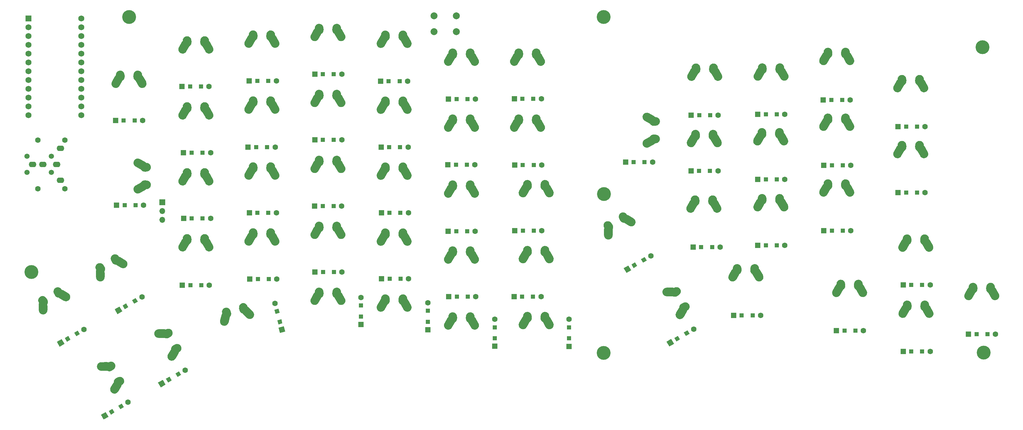
<source format=gbs>
%TF.GenerationSoftware,KiCad,Pcbnew,(5.1.10-1-10_14)*%
%TF.CreationDate,2021-08-01T23:27:55+01:00*%
%TF.ProjectId,AsymRight,4173796d-5269-4676-9874-2e6b69636164,v1*%
%TF.SameCoordinates,Original*%
%TF.FileFunction,Soldermask,Bot*%
%TF.FilePolarity,Negative*%
%FSLAX46Y46*%
G04 Gerber Fmt 4.6, Leading zero omitted, Abs format (unit mm)*
G04 Created by KiCad (PCBNEW (5.1.10-1-10_14)) date 2021-08-01 23:27:55*
%MOMM*%
%LPD*%
G01*
G04 APERTURE LIST*
%ADD10C,4.000000*%
%ADD11C,1.752600*%
%ADD12R,1.752600X1.752600*%
%ADD13O,1.700000X1.700000*%
%ADD14R,1.700000X1.700000*%
%ADD15C,2.000000*%
%ADD16O,2.200000X1.600000*%
%ADD17C,1.500000*%
%ADD18R,1.600000X1.600000*%
%ADD19C,1.600000*%
%ADD20R,1.200000X1.200000*%
%ADD21C,0.100000*%
G04 APERTURE END LIST*
%TO.C,K41*%
G36*
G01*
X232412935Y-116016646D02*
X232373487Y-115437990D01*
G75*
G02*
X233535573Y-114105866I1247105J85019D01*
G01*
X233535573Y-114105866D01*
G75*
G02*
X234867697Y-115267952I85019J-1247105D01*
G01*
X234907145Y-115846608D01*
G75*
G02*
X233745059Y-117178732I-1247105J-85019D01*
G01*
X233745059Y-117178732D01*
G75*
G02*
X232412935Y-116016646I-85019J1247105D01*
G01*
G37*
G36*
G01*
X238878554Y-118500172D02*
X238067118Y-117039311D01*
G75*
G02*
X238552897Y-115339600I1092745J606966D01*
G01*
X238552897Y-115339600D01*
G75*
G02*
X240252608Y-115825379I606966J-1092745D01*
G01*
X241063514Y-117285287D01*
G75*
G02*
X240577735Y-118984998I-1092745J-606966D01*
G01*
X240577735Y-118984998D01*
G75*
G02*
X238878024Y-118499219I-606966J1092745D01*
G01*
G37*
G36*
G01*
X231257648Y-117284334D02*
X232068024Y-115825379D01*
G75*
G02*
X233767735Y-115339600I1092745J-606966D01*
G01*
X233767735Y-115339600D01*
G75*
G02*
X234253514Y-117039311I-606966J-1092745D01*
G01*
X233442608Y-118499219D01*
G75*
G02*
X231742897Y-118984998I-1092745J606966D01*
G01*
X231742897Y-118984998D01*
G75*
G02*
X231257118Y-117285287I606966J1092745D01*
G01*
G37*
G36*
G01*
X237413487Y-115846608D02*
X237452935Y-115267952D01*
G75*
G02*
X238785059Y-114105866I1247105J-85019D01*
G01*
X238785059Y-114105866D01*
G75*
G02*
X239947145Y-115437990I-85019J-1247105D01*
G01*
X239907697Y-116016646D01*
G75*
G02*
X238575573Y-117178732I-1247105J85019D01*
G01*
X238575573Y-117178732D01*
G75*
G02*
X237413487Y-115846608I85019J1247105D01*
G01*
G37*
%TD*%
%TO.C,K22*%
G36*
G01*
X49026847Y-116229623D02*
X48703355Y-115748215D01*
G75*
G02*
X49043689Y-114013519I1037515J697181D01*
G01*
X49043689Y-114013519D01*
G75*
G02*
X50778385Y-114353853I697181J-1037515D01*
G01*
X51101877Y-114835261D01*
G75*
G02*
X50761543Y-116569957I-1037515J-697181D01*
G01*
X50761543Y-116569957D01*
G75*
G02*
X49026847Y-116229623I-697181J1037515D01*
G01*
G37*
G36*
G01*
X55867999Y-115147610D02*
X54434844Y-114288186D01*
G75*
G02*
X54005685Y-112573303I642862J1072021D01*
G01*
X54005685Y-112573303D01*
G75*
G02*
X55720568Y-112144144I1072021J-642862D01*
G01*
X57152788Y-113003008D01*
G75*
G02*
X57581947Y-114717891I-642862J-1072021D01*
G01*
X57581947Y-114717891D01*
G75*
G02*
X55867064Y-115147050I-1072021J642862D01*
G01*
G37*
G36*
G01*
X48660218Y-117907298D02*
X48632512Y-116236437D01*
G75*
G02*
X49861615Y-114965884I1249828J20725D01*
G01*
X49861615Y-114965884D01*
G75*
G02*
X51132168Y-116194987I20725J-1249828D01*
G01*
X51159856Y-117864757D01*
G75*
G02*
X49930753Y-119135310I-1249828J-20725D01*
G01*
X49930753Y-119135310D01*
G75*
G02*
X48660200Y-117906207I-20725J1249828D01*
G01*
G37*
G36*
G01*
X53272432Y-113582090D02*
X53017268Y-113061234D01*
G75*
G02*
X53589878Y-111388776I1122534J549924D01*
G01*
X53589878Y-111388776D01*
G75*
G02*
X55262336Y-111961386I549924J-1122534D01*
G01*
X55517500Y-112482242D01*
G75*
G02*
X54944890Y-114154700I-1122534J-549924D01*
G01*
X54944890Y-114154700D01*
G75*
G02*
X53272432Y-113582090I-549924J1122534D01*
G01*
G37*
%TD*%
%TO.C,K52*%
G36*
G01*
X262332619Y-120524347D02*
X262293171Y-119945691D01*
G75*
G02*
X263455257Y-118613567I1247105J85019D01*
G01*
X263455257Y-118613567D01*
G75*
G02*
X264787381Y-119775653I85019J-1247105D01*
G01*
X264826829Y-120354309D01*
G75*
G02*
X263664743Y-121686433I-1247105J-85019D01*
G01*
X263664743Y-121686433D01*
G75*
G02*
X262332619Y-120524347I-85019J1247105D01*
G01*
G37*
G36*
G01*
X268798238Y-123007873D02*
X267986802Y-121547012D01*
G75*
G02*
X268472581Y-119847301I1092745J606966D01*
G01*
X268472581Y-119847301D01*
G75*
G02*
X270172292Y-120333080I606966J-1092745D01*
G01*
X270983198Y-121792988D01*
G75*
G02*
X270497419Y-123492699I-1092745J-606966D01*
G01*
X270497419Y-123492699D01*
G75*
G02*
X268797708Y-123006920I-606966J1092745D01*
G01*
G37*
G36*
G01*
X261177332Y-121792035D02*
X261987708Y-120333080D01*
G75*
G02*
X263687419Y-119847301I1092745J-606966D01*
G01*
X263687419Y-119847301D01*
G75*
G02*
X264173198Y-121547012I-606966J-1092745D01*
G01*
X263362292Y-123006920D01*
G75*
G02*
X261662581Y-123492699I-1092745J606966D01*
G01*
X261662581Y-123492699D01*
G75*
G02*
X261176802Y-121792988I606966J1092745D01*
G01*
G37*
G36*
G01*
X267333171Y-120354309D02*
X267372619Y-119775653D01*
G75*
G02*
X268704743Y-118613567I1247105J-85019D01*
G01*
X268704743Y-118613567D01*
G75*
G02*
X269866829Y-119945691I-85019J-1247105D01*
G01*
X269827381Y-120524347D01*
G75*
G02*
X268495257Y-121686433I-1247105J85019D01*
G01*
X268495257Y-121686433D01*
G75*
G02*
X267333171Y-120354309I85019J1247105D01*
G01*
G37*
%TD*%
%TO.C,K8*%
G36*
G01*
X220534619Y-58068347D02*
X220495171Y-57489691D01*
G75*
G02*
X221657257Y-56157567I1247105J85019D01*
G01*
X221657257Y-56157567D01*
G75*
G02*
X222989381Y-57319653I85019J-1247105D01*
G01*
X223028829Y-57898309D01*
G75*
G02*
X221866743Y-59230433I-1247105J-85019D01*
G01*
X221866743Y-59230433D01*
G75*
G02*
X220534619Y-58068347I-85019J1247105D01*
G01*
G37*
G36*
G01*
X227000238Y-60551873D02*
X226188802Y-59091012D01*
G75*
G02*
X226674581Y-57391301I1092745J606966D01*
G01*
X226674581Y-57391301D01*
G75*
G02*
X228374292Y-57877080I606966J-1092745D01*
G01*
X229185198Y-59336988D01*
G75*
G02*
X228699419Y-61036699I-1092745J-606966D01*
G01*
X228699419Y-61036699D01*
G75*
G02*
X226999708Y-60550920I-606966J1092745D01*
G01*
G37*
G36*
G01*
X219379332Y-59336035D02*
X220189708Y-57877080D01*
G75*
G02*
X221889419Y-57391301I1092745J-606966D01*
G01*
X221889419Y-57391301D01*
G75*
G02*
X222375198Y-59091012I-606966J-1092745D01*
G01*
X221564292Y-60550920D01*
G75*
G02*
X219864581Y-61036699I-1092745J606966D01*
G01*
X219864581Y-61036699D01*
G75*
G02*
X219378802Y-59336988I606966J1092745D01*
G01*
G37*
G36*
G01*
X225535171Y-57898309D02*
X225574619Y-57319653D01*
G75*
G02*
X226906743Y-56157567I1247105J-85019D01*
G01*
X226906743Y-56157567D01*
G75*
G02*
X228068829Y-57489691I-85019J-1247105D01*
G01*
X228029381Y-58068347D01*
G75*
G02*
X226697257Y-59230433I-1247105J85019D01*
G01*
X226697257Y-59230433D01*
G75*
G02*
X225535171Y-57898309I85019J1247105D01*
G01*
G37*
%TD*%
%TO.C,K23*%
G36*
G01*
X73722619Y-88294347D02*
X73683171Y-87715691D01*
G75*
G02*
X74845257Y-86383567I1247105J85019D01*
G01*
X74845257Y-86383567D01*
G75*
G02*
X76177381Y-87545653I85019J-1247105D01*
G01*
X76216829Y-88124309D01*
G75*
G02*
X75054743Y-89456433I-1247105J-85019D01*
G01*
X75054743Y-89456433D01*
G75*
G02*
X73722619Y-88294347I-85019J1247105D01*
G01*
G37*
G36*
G01*
X80188238Y-90777873D02*
X79376802Y-89317012D01*
G75*
G02*
X79862581Y-87617301I1092745J606966D01*
G01*
X79862581Y-87617301D01*
G75*
G02*
X81562292Y-88103080I606966J-1092745D01*
G01*
X82373198Y-89562988D01*
G75*
G02*
X81887419Y-91262699I-1092745J-606966D01*
G01*
X81887419Y-91262699D01*
G75*
G02*
X80187708Y-90776920I-606966J1092745D01*
G01*
G37*
G36*
G01*
X72567332Y-89562035D02*
X73377708Y-88103080D01*
G75*
G02*
X75077419Y-87617301I1092745J-606966D01*
G01*
X75077419Y-87617301D01*
G75*
G02*
X75563198Y-89317012I-606966J-1092745D01*
G01*
X74752292Y-90776920D01*
G75*
G02*
X73052581Y-91262699I-1092745J606966D01*
G01*
X73052581Y-91262699D01*
G75*
G02*
X72566802Y-89562988I606966J1092745D01*
G01*
G37*
G36*
G01*
X78723171Y-88124309D02*
X78762619Y-87545653D01*
G75*
G02*
X80094743Y-86383567I1247105J-85019D01*
G01*
X80094743Y-86383567D01*
G75*
G02*
X81256829Y-87715691I-85019J-1247105D01*
G01*
X81217381Y-88294347D01*
G75*
G02*
X79885257Y-89456433I-1247105J85019D01*
G01*
X79885257Y-89456433D01*
G75*
G02*
X78723171Y-88124309I85019J1247105D01*
G01*
G37*
%TD*%
%TO.C,K53*%
G36*
G01*
X281487619Y-126539347D02*
X281448171Y-125960691D01*
G75*
G02*
X282610257Y-124628567I1247105J85019D01*
G01*
X282610257Y-124628567D01*
G75*
G02*
X283942381Y-125790653I85019J-1247105D01*
G01*
X283981829Y-126369309D01*
G75*
G02*
X282819743Y-127701433I-1247105J-85019D01*
G01*
X282819743Y-127701433D01*
G75*
G02*
X281487619Y-126539347I-85019J1247105D01*
G01*
G37*
G36*
G01*
X287953238Y-129022873D02*
X287141802Y-127562012D01*
G75*
G02*
X287627581Y-125862301I1092745J606966D01*
G01*
X287627581Y-125862301D01*
G75*
G02*
X289327292Y-126348080I606966J-1092745D01*
G01*
X290138198Y-127807988D01*
G75*
G02*
X289652419Y-129507699I-1092745J-606966D01*
G01*
X289652419Y-129507699D01*
G75*
G02*
X287952708Y-129021920I-606966J1092745D01*
G01*
G37*
G36*
G01*
X280332332Y-127807035D02*
X281142708Y-126348080D01*
G75*
G02*
X282842419Y-125862301I1092745J-606966D01*
G01*
X282842419Y-125862301D01*
G75*
G02*
X283328198Y-127562012I-606966J-1092745D01*
G01*
X282517292Y-129021920D01*
G75*
G02*
X280817581Y-129507699I-1092745J606966D01*
G01*
X280817581Y-129507699D01*
G75*
G02*
X280331802Y-127807988I606966J1092745D01*
G01*
G37*
G36*
G01*
X286488171Y-126369309D02*
X286527619Y-125790653D01*
G75*
G02*
X287859743Y-124628567I1247105J-85019D01*
G01*
X287859743Y-124628567D01*
G75*
G02*
X289021829Y-125960691I-85019J-1247105D01*
G01*
X288982381Y-126539347D01*
G75*
G02*
X287650257Y-127701433I-1247105J85019D01*
G01*
X287650257Y-127701433D01*
G75*
G02*
X286488171Y-126369309I85019J1247105D01*
G01*
G37*
%TD*%
%TO.C,K28*%
G36*
G01*
X171902619Y-91709347D02*
X171863171Y-91130691D01*
G75*
G02*
X173025257Y-89798567I1247105J85019D01*
G01*
X173025257Y-89798567D01*
G75*
G02*
X174357381Y-90960653I85019J-1247105D01*
G01*
X174396829Y-91539309D01*
G75*
G02*
X173234743Y-92871433I-1247105J-85019D01*
G01*
X173234743Y-92871433D01*
G75*
G02*
X171902619Y-91709347I-85019J1247105D01*
G01*
G37*
G36*
G01*
X178368238Y-94192873D02*
X177556802Y-92732012D01*
G75*
G02*
X178042581Y-91032301I1092745J606966D01*
G01*
X178042581Y-91032301D01*
G75*
G02*
X179742292Y-91518080I606966J-1092745D01*
G01*
X180553198Y-92977988D01*
G75*
G02*
X180067419Y-94677699I-1092745J-606966D01*
G01*
X180067419Y-94677699D01*
G75*
G02*
X178367708Y-94191920I-606966J1092745D01*
G01*
G37*
G36*
G01*
X170747332Y-92977035D02*
X171557708Y-91518080D01*
G75*
G02*
X173257419Y-91032301I1092745J-606966D01*
G01*
X173257419Y-91032301D01*
G75*
G02*
X173743198Y-92732012I-606966J-1092745D01*
G01*
X172932292Y-94191920D01*
G75*
G02*
X171232581Y-94677699I-1092745J606966D01*
G01*
X171232581Y-94677699D01*
G75*
G02*
X170746802Y-92977988I606966J1092745D01*
G01*
G37*
G36*
G01*
X176903171Y-91539309D02*
X176942619Y-90960653D01*
G75*
G02*
X178274743Y-89798567I1247105J-85019D01*
G01*
X178274743Y-89798567D01*
G75*
G02*
X179436829Y-91130691I-85019J-1247105D01*
G01*
X179397381Y-91709347D01*
G75*
G02*
X178065257Y-92871433I-1247105J85019D01*
G01*
X178065257Y-92871433D01*
G75*
G02*
X176903171Y-91539309I85019J1247105D01*
G01*
G37*
%TD*%
%TO.C,K43*%
G36*
G01*
X281437619Y-107439347D02*
X281398171Y-106860691D01*
G75*
G02*
X282560257Y-105528567I1247105J85019D01*
G01*
X282560257Y-105528567D01*
G75*
G02*
X283892381Y-106690653I85019J-1247105D01*
G01*
X283931829Y-107269309D01*
G75*
G02*
X282769743Y-108601433I-1247105J-85019D01*
G01*
X282769743Y-108601433D01*
G75*
G02*
X281437619Y-107439347I-85019J1247105D01*
G01*
G37*
G36*
G01*
X287903238Y-109922873D02*
X287091802Y-108462012D01*
G75*
G02*
X287577581Y-106762301I1092745J606966D01*
G01*
X287577581Y-106762301D01*
G75*
G02*
X289277292Y-107248080I606966J-1092745D01*
G01*
X290088198Y-108707988D01*
G75*
G02*
X289602419Y-110407699I-1092745J-606966D01*
G01*
X289602419Y-110407699D01*
G75*
G02*
X287902708Y-109921920I-606966J1092745D01*
G01*
G37*
G36*
G01*
X280282332Y-108707035D02*
X281092708Y-107248080D01*
G75*
G02*
X282792419Y-106762301I1092745J-606966D01*
G01*
X282792419Y-106762301D01*
G75*
G02*
X283278198Y-108462012I-606966J-1092745D01*
G01*
X282467292Y-109921920D01*
G75*
G02*
X280767581Y-110407699I-1092745J606966D01*
G01*
X280767581Y-110407699D01*
G75*
G02*
X280281802Y-108707988I606966J1092745D01*
G01*
G37*
G36*
G01*
X286438171Y-107269309D02*
X286477619Y-106690653D01*
G75*
G02*
X287809743Y-105528567I1247105J-85019D01*
G01*
X287809743Y-105528567D01*
G75*
G02*
X288971829Y-106860691I-85019J-1247105D01*
G01*
X288932381Y-107439347D01*
G75*
G02*
X287600257Y-108601433I-1247105J85019D01*
G01*
X287600257Y-108601433D01*
G75*
G02*
X286438171Y-107269309I85019J1247105D01*
G01*
G37*
%TD*%
%TO.C,K29*%
G36*
G01*
X220280619Y-96168347D02*
X220241171Y-95589691D01*
G75*
G02*
X221403257Y-94257567I1247105J85019D01*
G01*
X221403257Y-94257567D01*
G75*
G02*
X222735381Y-95419653I85019J-1247105D01*
G01*
X222774829Y-95998309D01*
G75*
G02*
X221612743Y-97330433I-1247105J-85019D01*
G01*
X221612743Y-97330433D01*
G75*
G02*
X220280619Y-96168347I-85019J1247105D01*
G01*
G37*
G36*
G01*
X226746238Y-98651873D02*
X225934802Y-97191012D01*
G75*
G02*
X226420581Y-95491301I1092745J606966D01*
G01*
X226420581Y-95491301D01*
G75*
G02*
X228120292Y-95977080I606966J-1092745D01*
G01*
X228931198Y-97436988D01*
G75*
G02*
X228445419Y-99136699I-1092745J-606966D01*
G01*
X228445419Y-99136699D01*
G75*
G02*
X226745708Y-98650920I-606966J1092745D01*
G01*
G37*
G36*
G01*
X219125332Y-97436035D02*
X219935708Y-95977080D01*
G75*
G02*
X221635419Y-95491301I1092745J-606966D01*
G01*
X221635419Y-95491301D01*
G75*
G02*
X222121198Y-97191012I-606966J-1092745D01*
G01*
X221310292Y-98650920D01*
G75*
G02*
X219610581Y-99136699I-1092745J606966D01*
G01*
X219610581Y-99136699D01*
G75*
G02*
X219124802Y-97436988I606966J1092745D01*
G01*
G37*
G36*
G01*
X225281171Y-95998309D02*
X225320619Y-95419653D01*
G75*
G02*
X226652743Y-94257567I1247105J-85019D01*
G01*
X226652743Y-94257567D01*
G75*
G02*
X227814829Y-95589691I-85019J-1247105D01*
G01*
X227775381Y-96168347D01*
G75*
G02*
X226443257Y-97330433I-1247105J85019D01*
G01*
X226443257Y-97330433D01*
G75*
G02*
X225281171Y-95998309I85019J1247105D01*
G01*
G37*
%TD*%
%TO.C,K0*%
G36*
G01*
X54432619Y-60124347D02*
X54393171Y-59545691D01*
G75*
G02*
X55555257Y-58213567I1247105J85019D01*
G01*
X55555257Y-58213567D01*
G75*
G02*
X56887381Y-59375653I85019J-1247105D01*
G01*
X56926829Y-59954309D01*
G75*
G02*
X55764743Y-61286433I-1247105J-85019D01*
G01*
X55764743Y-61286433D01*
G75*
G02*
X54432619Y-60124347I-85019J1247105D01*
G01*
G37*
G36*
G01*
X60898238Y-62607873D02*
X60086802Y-61147012D01*
G75*
G02*
X60572581Y-59447301I1092745J606966D01*
G01*
X60572581Y-59447301D01*
G75*
G02*
X62272292Y-59933080I606966J-1092745D01*
G01*
X63083198Y-61392988D01*
G75*
G02*
X62597419Y-63092699I-1092745J-606966D01*
G01*
X62597419Y-63092699D01*
G75*
G02*
X60897708Y-62606920I-606966J1092745D01*
G01*
G37*
G36*
G01*
X53277332Y-61392035D02*
X54087708Y-59933080D01*
G75*
G02*
X55787419Y-59447301I1092745J-606966D01*
G01*
X55787419Y-59447301D01*
G75*
G02*
X56273198Y-61147012I-606966J-1092745D01*
G01*
X55462292Y-62606920D01*
G75*
G02*
X53762581Y-63092699I-1092745J606966D01*
G01*
X53762581Y-63092699D01*
G75*
G02*
X53276802Y-61392988I606966J1092745D01*
G01*
G37*
G36*
G01*
X59433171Y-59954309D02*
X59472619Y-59375653D01*
G75*
G02*
X60804743Y-58213567I1247105J-85019D01*
G01*
X60804743Y-58213567D01*
G75*
G02*
X61966829Y-59545691I-85019J-1247105D01*
G01*
X61927381Y-60124347D01*
G75*
G02*
X60595257Y-61286433I-1247105J85019D01*
G01*
X60595257Y-61286433D01*
G75*
G02*
X59433171Y-59954309I85019J1247105D01*
G01*
G37*
%TD*%
%TO.C,K1*%
G36*
G01*
X73722619Y-50194347D02*
X73683171Y-49615691D01*
G75*
G02*
X74845257Y-48283567I1247105J85019D01*
G01*
X74845257Y-48283567D01*
G75*
G02*
X76177381Y-49445653I85019J-1247105D01*
G01*
X76216829Y-50024309D01*
G75*
G02*
X75054743Y-51356433I-1247105J-85019D01*
G01*
X75054743Y-51356433D01*
G75*
G02*
X73722619Y-50194347I-85019J1247105D01*
G01*
G37*
G36*
G01*
X80188238Y-52677873D02*
X79376802Y-51217012D01*
G75*
G02*
X79862581Y-49517301I1092745J606966D01*
G01*
X79862581Y-49517301D01*
G75*
G02*
X81562292Y-50003080I606966J-1092745D01*
G01*
X82373198Y-51462988D01*
G75*
G02*
X81887419Y-53162699I-1092745J-606966D01*
G01*
X81887419Y-53162699D01*
G75*
G02*
X80187708Y-52676920I-606966J1092745D01*
G01*
G37*
G36*
G01*
X72567332Y-51462035D02*
X73377708Y-50003080D01*
G75*
G02*
X75077419Y-49517301I1092745J-606966D01*
G01*
X75077419Y-49517301D01*
G75*
G02*
X75563198Y-51217012I-606966J-1092745D01*
G01*
X74752292Y-52676920D01*
G75*
G02*
X73052581Y-53162699I-1092745J606966D01*
G01*
X73052581Y-53162699D01*
G75*
G02*
X72566802Y-51462988I606966J1092745D01*
G01*
G37*
G36*
G01*
X78723171Y-50024309D02*
X78762619Y-49445653D01*
G75*
G02*
X80094743Y-48283567I1247105J-85019D01*
G01*
X80094743Y-48283567D01*
G75*
G02*
X81256829Y-49615691I-85019J-1247105D01*
G01*
X81217381Y-50194347D01*
G75*
G02*
X79885257Y-51356433I-1247105J85019D01*
G01*
X79885257Y-51356433D01*
G75*
G02*
X78723171Y-50024309I85019J1247105D01*
G01*
G37*
%TD*%
%TO.C,K2*%
G36*
G01*
X92772619Y-48514347D02*
X92733171Y-47935691D01*
G75*
G02*
X93895257Y-46603567I1247105J85019D01*
G01*
X93895257Y-46603567D01*
G75*
G02*
X95227381Y-47765653I85019J-1247105D01*
G01*
X95266829Y-48344309D01*
G75*
G02*
X94104743Y-49676433I-1247105J-85019D01*
G01*
X94104743Y-49676433D01*
G75*
G02*
X92772619Y-48514347I-85019J1247105D01*
G01*
G37*
G36*
G01*
X99238238Y-50997873D02*
X98426802Y-49537012D01*
G75*
G02*
X98912581Y-47837301I1092745J606966D01*
G01*
X98912581Y-47837301D01*
G75*
G02*
X100612292Y-48323080I606966J-1092745D01*
G01*
X101423198Y-49782988D01*
G75*
G02*
X100937419Y-51482699I-1092745J-606966D01*
G01*
X100937419Y-51482699D01*
G75*
G02*
X99237708Y-50996920I-606966J1092745D01*
G01*
G37*
G36*
G01*
X91617332Y-49782035D02*
X92427708Y-48323080D01*
G75*
G02*
X94127419Y-47837301I1092745J-606966D01*
G01*
X94127419Y-47837301D01*
G75*
G02*
X94613198Y-49537012I-606966J-1092745D01*
G01*
X93802292Y-50996920D01*
G75*
G02*
X92102581Y-51482699I-1092745J606966D01*
G01*
X92102581Y-51482699D01*
G75*
G02*
X91616802Y-49782988I606966J1092745D01*
G01*
G37*
G36*
G01*
X97773171Y-48344309D02*
X97812619Y-47765653D01*
G75*
G02*
X99144743Y-46603567I1247105J-85019D01*
G01*
X99144743Y-46603567D01*
G75*
G02*
X100306829Y-47935691I-85019J-1247105D01*
G01*
X100267381Y-48514347D01*
G75*
G02*
X98935257Y-49676433I-1247105J85019D01*
G01*
X98935257Y-49676433D01*
G75*
G02*
X97773171Y-48344309I85019J1247105D01*
G01*
G37*
%TD*%
%TO.C,K3*%
G36*
G01*
X111822619Y-46604347D02*
X111783171Y-46025691D01*
G75*
G02*
X112945257Y-44693567I1247105J85019D01*
G01*
X112945257Y-44693567D01*
G75*
G02*
X114277381Y-45855653I85019J-1247105D01*
G01*
X114316829Y-46434309D01*
G75*
G02*
X113154743Y-47766433I-1247105J-85019D01*
G01*
X113154743Y-47766433D01*
G75*
G02*
X111822619Y-46604347I-85019J1247105D01*
G01*
G37*
G36*
G01*
X118288238Y-49087873D02*
X117476802Y-47627012D01*
G75*
G02*
X117962581Y-45927301I1092745J606966D01*
G01*
X117962581Y-45927301D01*
G75*
G02*
X119662292Y-46413080I606966J-1092745D01*
G01*
X120473198Y-47872988D01*
G75*
G02*
X119987419Y-49572699I-1092745J-606966D01*
G01*
X119987419Y-49572699D01*
G75*
G02*
X118287708Y-49086920I-606966J1092745D01*
G01*
G37*
G36*
G01*
X110667332Y-47872035D02*
X111477708Y-46413080D01*
G75*
G02*
X113177419Y-45927301I1092745J-606966D01*
G01*
X113177419Y-45927301D01*
G75*
G02*
X113663198Y-47627012I-606966J-1092745D01*
G01*
X112852292Y-49086920D01*
G75*
G02*
X111152581Y-49572699I-1092745J606966D01*
G01*
X111152581Y-49572699D01*
G75*
G02*
X110666802Y-47872988I606966J1092745D01*
G01*
G37*
G36*
G01*
X116823171Y-46434309D02*
X116862619Y-45855653D01*
G75*
G02*
X118194743Y-44693567I1247105J-85019D01*
G01*
X118194743Y-44693567D01*
G75*
G02*
X119356829Y-46025691I-85019J-1247105D01*
G01*
X119317381Y-46604347D01*
G75*
G02*
X117985257Y-47766433I-1247105J85019D01*
G01*
X117985257Y-47766433D01*
G75*
G02*
X116823171Y-46434309I85019J1247105D01*
G01*
G37*
%TD*%
%TO.C,K4*%
G36*
G01*
X130922619Y-48564347D02*
X130883171Y-47985691D01*
G75*
G02*
X132045257Y-46653567I1247105J85019D01*
G01*
X132045257Y-46653567D01*
G75*
G02*
X133377381Y-47815653I85019J-1247105D01*
G01*
X133416829Y-48394309D01*
G75*
G02*
X132254743Y-49726433I-1247105J-85019D01*
G01*
X132254743Y-49726433D01*
G75*
G02*
X130922619Y-48564347I-85019J1247105D01*
G01*
G37*
G36*
G01*
X137388238Y-51047873D02*
X136576802Y-49587012D01*
G75*
G02*
X137062581Y-47887301I1092745J606966D01*
G01*
X137062581Y-47887301D01*
G75*
G02*
X138762292Y-48373080I606966J-1092745D01*
G01*
X139573198Y-49832988D01*
G75*
G02*
X139087419Y-51532699I-1092745J-606966D01*
G01*
X139087419Y-51532699D01*
G75*
G02*
X137387708Y-51046920I-606966J1092745D01*
G01*
G37*
G36*
G01*
X129767332Y-49832035D02*
X130577708Y-48373080D01*
G75*
G02*
X132277419Y-47887301I1092745J-606966D01*
G01*
X132277419Y-47887301D01*
G75*
G02*
X132763198Y-49587012I-606966J-1092745D01*
G01*
X131952292Y-51046920D01*
G75*
G02*
X130252581Y-51532699I-1092745J606966D01*
G01*
X130252581Y-51532699D01*
G75*
G02*
X129766802Y-49832988I606966J1092745D01*
G01*
G37*
G36*
G01*
X135923171Y-48394309D02*
X135962619Y-47815653D01*
G75*
G02*
X137294743Y-46653567I1247105J-85019D01*
G01*
X137294743Y-46653567D01*
G75*
G02*
X138456829Y-47985691I-85019J-1247105D01*
G01*
X138417381Y-48564347D01*
G75*
G02*
X137085257Y-49726433I-1247105J85019D01*
G01*
X137085257Y-49726433D01*
G75*
G02*
X135923171Y-48394309I85019J1247105D01*
G01*
G37*
%TD*%
%TO.C,K5*%
G36*
G01*
X150352619Y-53734347D02*
X150313171Y-53155691D01*
G75*
G02*
X151475257Y-51823567I1247105J85019D01*
G01*
X151475257Y-51823567D01*
G75*
G02*
X152807381Y-52985653I85019J-1247105D01*
G01*
X152846829Y-53564309D01*
G75*
G02*
X151684743Y-54896433I-1247105J-85019D01*
G01*
X151684743Y-54896433D01*
G75*
G02*
X150352619Y-53734347I-85019J1247105D01*
G01*
G37*
G36*
G01*
X156818238Y-56217873D02*
X156006802Y-54757012D01*
G75*
G02*
X156492581Y-53057301I1092745J606966D01*
G01*
X156492581Y-53057301D01*
G75*
G02*
X158192292Y-53543080I606966J-1092745D01*
G01*
X159003198Y-55002988D01*
G75*
G02*
X158517419Y-56702699I-1092745J-606966D01*
G01*
X158517419Y-56702699D01*
G75*
G02*
X156817708Y-56216920I-606966J1092745D01*
G01*
G37*
G36*
G01*
X149197332Y-55002035D02*
X150007708Y-53543080D01*
G75*
G02*
X151707419Y-53057301I1092745J-606966D01*
G01*
X151707419Y-53057301D01*
G75*
G02*
X152193198Y-54757012I-606966J-1092745D01*
G01*
X151382292Y-56216920D01*
G75*
G02*
X149682581Y-56702699I-1092745J606966D01*
G01*
X149682581Y-56702699D01*
G75*
G02*
X149196802Y-55002988I606966J1092745D01*
G01*
G37*
G36*
G01*
X155353171Y-53564309D02*
X155392619Y-52985653D01*
G75*
G02*
X156724743Y-51823567I1247105J-85019D01*
G01*
X156724743Y-51823567D01*
G75*
G02*
X157886829Y-53155691I-85019J-1247105D01*
G01*
X157847381Y-53734347D01*
G75*
G02*
X156515257Y-54896433I-1247105J85019D01*
G01*
X156515257Y-54896433D01*
G75*
G02*
X155353171Y-53564309I85019J1247105D01*
G01*
G37*
%TD*%
%TO.C,K6*%
G36*
G01*
X169402619Y-53734347D02*
X169363171Y-53155691D01*
G75*
G02*
X170525257Y-51823567I1247105J85019D01*
G01*
X170525257Y-51823567D01*
G75*
G02*
X171857381Y-52985653I85019J-1247105D01*
G01*
X171896829Y-53564309D01*
G75*
G02*
X170734743Y-54896433I-1247105J-85019D01*
G01*
X170734743Y-54896433D01*
G75*
G02*
X169402619Y-53734347I-85019J1247105D01*
G01*
G37*
G36*
G01*
X175868238Y-56217873D02*
X175056802Y-54757012D01*
G75*
G02*
X175542581Y-53057301I1092745J606966D01*
G01*
X175542581Y-53057301D01*
G75*
G02*
X177242292Y-53543080I606966J-1092745D01*
G01*
X178053198Y-55002988D01*
G75*
G02*
X177567419Y-56702699I-1092745J-606966D01*
G01*
X177567419Y-56702699D01*
G75*
G02*
X175867708Y-56216920I-606966J1092745D01*
G01*
G37*
G36*
G01*
X168247332Y-55002035D02*
X169057708Y-53543080D01*
G75*
G02*
X170757419Y-53057301I1092745J-606966D01*
G01*
X170757419Y-53057301D01*
G75*
G02*
X171243198Y-54757012I-606966J-1092745D01*
G01*
X170432292Y-56216920D01*
G75*
G02*
X168732581Y-56702699I-1092745J606966D01*
G01*
X168732581Y-56702699D01*
G75*
G02*
X168246802Y-55002988I606966J1092745D01*
G01*
G37*
G36*
G01*
X174403171Y-53564309D02*
X174442619Y-52985653D01*
G75*
G02*
X175774743Y-51823567I1247105J-85019D01*
G01*
X175774743Y-51823567D01*
G75*
G02*
X176936829Y-53155691I-85019J-1247105D01*
G01*
X176897381Y-53734347D01*
G75*
G02*
X175565257Y-54896433I-1247105J85019D01*
G01*
X175565257Y-54896433D01*
G75*
G02*
X174403171Y-53564309I85019J1247105D01*
G01*
G37*
%TD*%
%TO.C,K9*%
G36*
G01*
X239667619Y-58024347D02*
X239628171Y-57445691D01*
G75*
G02*
X240790257Y-56113567I1247105J85019D01*
G01*
X240790257Y-56113567D01*
G75*
G02*
X242122381Y-57275653I85019J-1247105D01*
G01*
X242161829Y-57854309D01*
G75*
G02*
X240999743Y-59186433I-1247105J-85019D01*
G01*
X240999743Y-59186433D01*
G75*
G02*
X239667619Y-58024347I-85019J1247105D01*
G01*
G37*
G36*
G01*
X246133238Y-60507873D02*
X245321802Y-59047012D01*
G75*
G02*
X245807581Y-57347301I1092745J606966D01*
G01*
X245807581Y-57347301D01*
G75*
G02*
X247507292Y-57833080I606966J-1092745D01*
G01*
X248318198Y-59292988D01*
G75*
G02*
X247832419Y-60992699I-1092745J-606966D01*
G01*
X247832419Y-60992699D01*
G75*
G02*
X246132708Y-60506920I-606966J1092745D01*
G01*
G37*
G36*
G01*
X238512332Y-59292035D02*
X239322708Y-57833080D01*
G75*
G02*
X241022419Y-57347301I1092745J-606966D01*
G01*
X241022419Y-57347301D01*
G75*
G02*
X241508198Y-59047012I-606966J-1092745D01*
G01*
X240697292Y-60506920D01*
G75*
G02*
X238997581Y-60992699I-1092745J606966D01*
G01*
X238997581Y-60992699D01*
G75*
G02*
X238511802Y-59292988I606966J1092745D01*
G01*
G37*
G36*
G01*
X244668171Y-57854309D02*
X244707619Y-57275653D01*
G75*
G02*
X246039743Y-56113567I1247105J-85019D01*
G01*
X246039743Y-56113567D01*
G75*
G02*
X247201829Y-57445691I-85019J-1247105D01*
G01*
X247162381Y-58024347D01*
G75*
G02*
X245830257Y-59186433I-1247105J85019D01*
G01*
X245830257Y-59186433D01*
G75*
G02*
X244668171Y-57854309I85019J1247105D01*
G01*
G37*
%TD*%
%TO.C,K12*%
G36*
G01*
X73722619Y-69244347D02*
X73683171Y-68665691D01*
G75*
G02*
X74845257Y-67333567I1247105J85019D01*
G01*
X74845257Y-67333567D01*
G75*
G02*
X76177381Y-68495653I85019J-1247105D01*
G01*
X76216829Y-69074309D01*
G75*
G02*
X75054743Y-70406433I-1247105J-85019D01*
G01*
X75054743Y-70406433D01*
G75*
G02*
X73722619Y-69244347I-85019J1247105D01*
G01*
G37*
G36*
G01*
X80188238Y-71727873D02*
X79376802Y-70267012D01*
G75*
G02*
X79862581Y-68567301I1092745J606966D01*
G01*
X79862581Y-68567301D01*
G75*
G02*
X81562292Y-69053080I606966J-1092745D01*
G01*
X82373198Y-70512988D01*
G75*
G02*
X81887419Y-72212699I-1092745J-606966D01*
G01*
X81887419Y-72212699D01*
G75*
G02*
X80187708Y-71726920I-606966J1092745D01*
G01*
G37*
G36*
G01*
X72567332Y-70512035D02*
X73377708Y-69053080D01*
G75*
G02*
X75077419Y-68567301I1092745J-606966D01*
G01*
X75077419Y-68567301D01*
G75*
G02*
X75563198Y-70267012I-606966J-1092745D01*
G01*
X74752292Y-71726920D01*
G75*
G02*
X73052581Y-72212699I-1092745J606966D01*
G01*
X73052581Y-72212699D01*
G75*
G02*
X72566802Y-70512988I606966J1092745D01*
G01*
G37*
G36*
G01*
X78723171Y-69074309D02*
X78762619Y-68495653D01*
G75*
G02*
X80094743Y-67333567I1247105J-85019D01*
G01*
X80094743Y-67333567D01*
G75*
G02*
X81256829Y-68665691I-85019J-1247105D01*
G01*
X81217381Y-69244347D01*
G75*
G02*
X79885257Y-70406433I-1247105J85019D01*
G01*
X79885257Y-70406433D01*
G75*
G02*
X78723171Y-69074309I85019J1247105D01*
G01*
G37*
%TD*%
%TO.C,K13*%
G36*
G01*
X92772619Y-67564347D02*
X92733171Y-66985691D01*
G75*
G02*
X93895257Y-65653567I1247105J85019D01*
G01*
X93895257Y-65653567D01*
G75*
G02*
X95227381Y-66815653I85019J-1247105D01*
G01*
X95266829Y-67394309D01*
G75*
G02*
X94104743Y-68726433I-1247105J-85019D01*
G01*
X94104743Y-68726433D01*
G75*
G02*
X92772619Y-67564347I-85019J1247105D01*
G01*
G37*
G36*
G01*
X99238238Y-70047873D02*
X98426802Y-68587012D01*
G75*
G02*
X98912581Y-66887301I1092745J606966D01*
G01*
X98912581Y-66887301D01*
G75*
G02*
X100612292Y-67373080I606966J-1092745D01*
G01*
X101423198Y-68832988D01*
G75*
G02*
X100937419Y-70532699I-1092745J-606966D01*
G01*
X100937419Y-70532699D01*
G75*
G02*
X99237708Y-70046920I-606966J1092745D01*
G01*
G37*
G36*
G01*
X91617332Y-68832035D02*
X92427708Y-67373080D01*
G75*
G02*
X94127419Y-66887301I1092745J-606966D01*
G01*
X94127419Y-66887301D01*
G75*
G02*
X94613198Y-68587012I-606966J-1092745D01*
G01*
X93802292Y-70046920D01*
G75*
G02*
X92102581Y-70532699I-1092745J606966D01*
G01*
X92102581Y-70532699D01*
G75*
G02*
X91616802Y-68832988I606966J1092745D01*
G01*
G37*
G36*
G01*
X97773171Y-67394309D02*
X97812619Y-66815653D01*
G75*
G02*
X99144743Y-65653567I1247105J-85019D01*
G01*
X99144743Y-65653567D01*
G75*
G02*
X100306829Y-66985691I-85019J-1247105D01*
G01*
X100267381Y-67564347D01*
G75*
G02*
X98935257Y-68726433I-1247105J85019D01*
G01*
X98935257Y-68726433D01*
G75*
G02*
X97773171Y-67394309I85019J1247105D01*
G01*
G37*
%TD*%
%TO.C,K14*%
G36*
G01*
X111822619Y-65654347D02*
X111783171Y-65075691D01*
G75*
G02*
X112945257Y-63743567I1247105J85019D01*
G01*
X112945257Y-63743567D01*
G75*
G02*
X114277381Y-64905653I85019J-1247105D01*
G01*
X114316829Y-65484309D01*
G75*
G02*
X113154743Y-66816433I-1247105J-85019D01*
G01*
X113154743Y-66816433D01*
G75*
G02*
X111822619Y-65654347I-85019J1247105D01*
G01*
G37*
G36*
G01*
X118288238Y-68137873D02*
X117476802Y-66677012D01*
G75*
G02*
X117962581Y-64977301I1092745J606966D01*
G01*
X117962581Y-64977301D01*
G75*
G02*
X119662292Y-65463080I606966J-1092745D01*
G01*
X120473198Y-66922988D01*
G75*
G02*
X119987419Y-68622699I-1092745J-606966D01*
G01*
X119987419Y-68622699D01*
G75*
G02*
X118287708Y-68136920I-606966J1092745D01*
G01*
G37*
G36*
G01*
X110667332Y-66922035D02*
X111477708Y-65463080D01*
G75*
G02*
X113177419Y-64977301I1092745J-606966D01*
G01*
X113177419Y-64977301D01*
G75*
G02*
X113663198Y-66677012I-606966J-1092745D01*
G01*
X112852292Y-68136920D01*
G75*
G02*
X111152581Y-68622699I-1092745J606966D01*
G01*
X111152581Y-68622699D01*
G75*
G02*
X110666802Y-66922988I606966J1092745D01*
G01*
G37*
G36*
G01*
X116823171Y-65484309D02*
X116862619Y-64905653D01*
G75*
G02*
X118194743Y-63743567I1247105J-85019D01*
G01*
X118194743Y-63743567D01*
G75*
G02*
X119356829Y-65075691I-85019J-1247105D01*
G01*
X119317381Y-65654347D01*
G75*
G02*
X117985257Y-66816433I-1247105J85019D01*
G01*
X117985257Y-66816433D01*
G75*
G02*
X116823171Y-65484309I85019J1247105D01*
G01*
G37*
%TD*%
%TO.C,K15*%
G36*
G01*
X130922619Y-67614347D02*
X130883171Y-67035691D01*
G75*
G02*
X132045257Y-65703567I1247105J85019D01*
G01*
X132045257Y-65703567D01*
G75*
G02*
X133377381Y-66865653I85019J-1247105D01*
G01*
X133416829Y-67444309D01*
G75*
G02*
X132254743Y-68776433I-1247105J-85019D01*
G01*
X132254743Y-68776433D01*
G75*
G02*
X130922619Y-67614347I-85019J1247105D01*
G01*
G37*
G36*
G01*
X137388238Y-70097873D02*
X136576802Y-68637012D01*
G75*
G02*
X137062581Y-66937301I1092745J606966D01*
G01*
X137062581Y-66937301D01*
G75*
G02*
X138762292Y-67423080I606966J-1092745D01*
G01*
X139573198Y-68882988D01*
G75*
G02*
X139087419Y-70582699I-1092745J-606966D01*
G01*
X139087419Y-70582699D01*
G75*
G02*
X137387708Y-70096920I-606966J1092745D01*
G01*
G37*
G36*
G01*
X129767332Y-68882035D02*
X130577708Y-67423080D01*
G75*
G02*
X132277419Y-66937301I1092745J-606966D01*
G01*
X132277419Y-66937301D01*
G75*
G02*
X132763198Y-68637012I-606966J-1092745D01*
G01*
X131952292Y-70096920D01*
G75*
G02*
X130252581Y-70582699I-1092745J606966D01*
G01*
X130252581Y-70582699D01*
G75*
G02*
X129766802Y-68882988I606966J1092745D01*
G01*
G37*
G36*
G01*
X135923171Y-67444309D02*
X135962619Y-66865653D01*
G75*
G02*
X137294743Y-65703567I1247105J-85019D01*
G01*
X137294743Y-65703567D01*
G75*
G02*
X138456829Y-67035691I-85019J-1247105D01*
G01*
X138417381Y-67614347D01*
G75*
G02*
X137085257Y-68776433I-1247105J85019D01*
G01*
X137085257Y-68776433D01*
G75*
G02*
X135923171Y-67444309I85019J1247105D01*
G01*
G37*
%TD*%
%TO.C,K16*%
G36*
G01*
X150352619Y-72784347D02*
X150313171Y-72205691D01*
G75*
G02*
X151475257Y-70873567I1247105J85019D01*
G01*
X151475257Y-70873567D01*
G75*
G02*
X152807381Y-72035653I85019J-1247105D01*
G01*
X152846829Y-72614309D01*
G75*
G02*
X151684743Y-73946433I-1247105J-85019D01*
G01*
X151684743Y-73946433D01*
G75*
G02*
X150352619Y-72784347I-85019J1247105D01*
G01*
G37*
G36*
G01*
X156818238Y-75267873D02*
X156006802Y-73807012D01*
G75*
G02*
X156492581Y-72107301I1092745J606966D01*
G01*
X156492581Y-72107301D01*
G75*
G02*
X158192292Y-72593080I606966J-1092745D01*
G01*
X159003198Y-74052988D01*
G75*
G02*
X158517419Y-75752699I-1092745J-606966D01*
G01*
X158517419Y-75752699D01*
G75*
G02*
X156817708Y-75266920I-606966J1092745D01*
G01*
G37*
G36*
G01*
X149197332Y-74052035D02*
X150007708Y-72593080D01*
G75*
G02*
X151707419Y-72107301I1092745J-606966D01*
G01*
X151707419Y-72107301D01*
G75*
G02*
X152193198Y-73807012I-606966J-1092745D01*
G01*
X151382292Y-75266920D01*
G75*
G02*
X149682581Y-75752699I-1092745J606966D01*
G01*
X149682581Y-75752699D01*
G75*
G02*
X149196802Y-74052988I606966J1092745D01*
G01*
G37*
G36*
G01*
X155353171Y-72614309D02*
X155392619Y-72035653D01*
G75*
G02*
X156724743Y-70873567I1247105J-85019D01*
G01*
X156724743Y-70873567D01*
G75*
G02*
X157886829Y-72205691I-85019J-1247105D01*
G01*
X157847381Y-72784347D01*
G75*
G02*
X156515257Y-73946433I-1247105J85019D01*
G01*
X156515257Y-73946433D01*
G75*
G02*
X155353171Y-72614309I85019J1247105D01*
G01*
G37*
%TD*%
%TO.C,K17*%
G36*
G01*
X169402619Y-72784347D02*
X169363171Y-72205691D01*
G75*
G02*
X170525257Y-70873567I1247105J85019D01*
G01*
X170525257Y-70873567D01*
G75*
G02*
X171857381Y-72035653I85019J-1247105D01*
G01*
X171896829Y-72614309D01*
G75*
G02*
X170734743Y-73946433I-1247105J-85019D01*
G01*
X170734743Y-73946433D01*
G75*
G02*
X169402619Y-72784347I-85019J1247105D01*
G01*
G37*
G36*
G01*
X175868238Y-75267873D02*
X175056802Y-73807012D01*
G75*
G02*
X175542581Y-72107301I1092745J606966D01*
G01*
X175542581Y-72107301D01*
G75*
G02*
X177242292Y-72593080I606966J-1092745D01*
G01*
X178053198Y-74052988D01*
G75*
G02*
X177567419Y-75752699I-1092745J-606966D01*
G01*
X177567419Y-75752699D01*
G75*
G02*
X175867708Y-75266920I-606966J1092745D01*
G01*
G37*
G36*
G01*
X168247332Y-74052035D02*
X169057708Y-72593080D01*
G75*
G02*
X170757419Y-72107301I1092745J-606966D01*
G01*
X170757419Y-72107301D01*
G75*
G02*
X171243198Y-73807012I-606966J-1092745D01*
G01*
X170432292Y-75266920D01*
G75*
G02*
X168732581Y-75752699I-1092745J606966D01*
G01*
X168732581Y-75752699D01*
G75*
G02*
X168246802Y-74052988I606966J1092745D01*
G01*
G37*
G36*
G01*
X174403171Y-72614309D02*
X174442619Y-72035653D01*
G75*
G02*
X175774743Y-70873567I1247105J-85019D01*
G01*
X175774743Y-70873567D01*
G75*
G02*
X176936829Y-72205691I-85019J-1247105D01*
G01*
X176897381Y-72784347D01*
G75*
G02*
X175565257Y-73946433I-1247105J85019D01*
G01*
X175565257Y-73946433D01*
G75*
G02*
X174403171Y-72614309I85019J1247105D01*
G01*
G37*
%TD*%
%TO.C,K18*%
G36*
G01*
X220407619Y-77234347D02*
X220368171Y-76655691D01*
G75*
G02*
X221530257Y-75323567I1247105J85019D01*
G01*
X221530257Y-75323567D01*
G75*
G02*
X222862381Y-76485653I85019J-1247105D01*
G01*
X222901829Y-77064309D01*
G75*
G02*
X221739743Y-78396433I-1247105J-85019D01*
G01*
X221739743Y-78396433D01*
G75*
G02*
X220407619Y-77234347I-85019J1247105D01*
G01*
G37*
G36*
G01*
X226873238Y-79717873D02*
X226061802Y-78257012D01*
G75*
G02*
X226547581Y-76557301I1092745J606966D01*
G01*
X226547581Y-76557301D01*
G75*
G02*
X228247292Y-77043080I606966J-1092745D01*
G01*
X229058198Y-78502988D01*
G75*
G02*
X228572419Y-80202699I-1092745J-606966D01*
G01*
X228572419Y-80202699D01*
G75*
G02*
X226872708Y-79716920I-606966J1092745D01*
G01*
G37*
G36*
G01*
X219252332Y-78502035D02*
X220062708Y-77043080D01*
G75*
G02*
X221762419Y-76557301I1092745J-606966D01*
G01*
X221762419Y-76557301D01*
G75*
G02*
X222248198Y-78257012I-606966J-1092745D01*
G01*
X221437292Y-79716920D01*
G75*
G02*
X219737581Y-80202699I-1092745J606966D01*
G01*
X219737581Y-80202699D01*
G75*
G02*
X219251802Y-78502988I606966J1092745D01*
G01*
G37*
G36*
G01*
X225408171Y-77064309D02*
X225447619Y-76485653D01*
G75*
G02*
X226779743Y-75323567I1247105J-85019D01*
G01*
X226779743Y-75323567D01*
G75*
G02*
X227941829Y-76655691I-85019J-1247105D01*
G01*
X227902381Y-77234347D01*
G75*
G02*
X226570257Y-78396433I-1247105J85019D01*
G01*
X226570257Y-78396433D01*
G75*
G02*
X225408171Y-77064309I85019J1247105D01*
G01*
G37*
%TD*%
%TO.C,K19*%
G36*
G01*
X239567619Y-76724347D02*
X239528171Y-76145691D01*
G75*
G02*
X240690257Y-74813567I1247105J85019D01*
G01*
X240690257Y-74813567D01*
G75*
G02*
X242022381Y-75975653I85019J-1247105D01*
G01*
X242061829Y-76554309D01*
G75*
G02*
X240899743Y-77886433I-1247105J-85019D01*
G01*
X240899743Y-77886433D01*
G75*
G02*
X239567619Y-76724347I-85019J1247105D01*
G01*
G37*
G36*
G01*
X246033238Y-79207873D02*
X245221802Y-77747012D01*
G75*
G02*
X245707581Y-76047301I1092745J606966D01*
G01*
X245707581Y-76047301D01*
G75*
G02*
X247407292Y-76533080I606966J-1092745D01*
G01*
X248218198Y-77992988D01*
G75*
G02*
X247732419Y-79692699I-1092745J-606966D01*
G01*
X247732419Y-79692699D01*
G75*
G02*
X246032708Y-79206920I-606966J1092745D01*
G01*
G37*
G36*
G01*
X238412332Y-77992035D02*
X239222708Y-76533080D01*
G75*
G02*
X240922419Y-76047301I1092745J-606966D01*
G01*
X240922419Y-76047301D01*
G75*
G02*
X241408198Y-77747012I-606966J-1092745D01*
G01*
X240597292Y-79206920D01*
G75*
G02*
X238897581Y-79692699I-1092745J606966D01*
G01*
X238897581Y-79692699D01*
G75*
G02*
X238411802Y-77992988I606966J1092745D01*
G01*
G37*
G36*
G01*
X244568171Y-76554309D02*
X244607619Y-75975653D01*
G75*
G02*
X245939743Y-74813567I1247105J-85019D01*
G01*
X245939743Y-74813567D01*
G75*
G02*
X247101829Y-76145691I-85019J-1247105D01*
G01*
X247062381Y-76724347D01*
G75*
G02*
X245730257Y-77886433I-1247105J85019D01*
G01*
X245730257Y-77886433D01*
G75*
G02*
X244568171Y-76554309I85019J1247105D01*
G01*
G37*
%TD*%
%TO.C,K20*%
G36*
G01*
X258617619Y-72524347D02*
X258578171Y-71945691D01*
G75*
G02*
X259740257Y-70613567I1247105J85019D01*
G01*
X259740257Y-70613567D01*
G75*
G02*
X261072381Y-71775653I85019J-1247105D01*
G01*
X261111829Y-72354309D01*
G75*
G02*
X259949743Y-73686433I-1247105J-85019D01*
G01*
X259949743Y-73686433D01*
G75*
G02*
X258617619Y-72524347I-85019J1247105D01*
G01*
G37*
G36*
G01*
X265083238Y-75007873D02*
X264271802Y-73547012D01*
G75*
G02*
X264757581Y-71847301I1092745J606966D01*
G01*
X264757581Y-71847301D01*
G75*
G02*
X266457292Y-72333080I606966J-1092745D01*
G01*
X267268198Y-73792988D01*
G75*
G02*
X266782419Y-75492699I-1092745J-606966D01*
G01*
X266782419Y-75492699D01*
G75*
G02*
X265082708Y-75006920I-606966J1092745D01*
G01*
G37*
G36*
G01*
X257462332Y-73792035D02*
X258272708Y-72333080D01*
G75*
G02*
X259972419Y-71847301I1092745J-606966D01*
G01*
X259972419Y-71847301D01*
G75*
G02*
X260458198Y-73547012I-606966J-1092745D01*
G01*
X259647292Y-75006920D01*
G75*
G02*
X257947581Y-75492699I-1092745J606966D01*
G01*
X257947581Y-75492699D01*
G75*
G02*
X257461802Y-73792988I606966J1092745D01*
G01*
G37*
G36*
G01*
X263618171Y-72354309D02*
X263657619Y-71775653D01*
G75*
G02*
X264989743Y-70613567I1247105J-85019D01*
G01*
X264989743Y-70613567D01*
G75*
G02*
X266151829Y-71945691I-85019J-1247105D01*
G01*
X266112381Y-72524347D01*
G75*
G02*
X264780257Y-73686433I-1247105J85019D01*
G01*
X264780257Y-73686433D01*
G75*
G02*
X263618171Y-72354309I85019J1247105D01*
G01*
G37*
%TD*%
%TO.C,K21*%
G36*
G01*
X258617619Y-53524347D02*
X258578171Y-52945691D01*
G75*
G02*
X259740257Y-51613567I1247105J85019D01*
G01*
X259740257Y-51613567D01*
G75*
G02*
X261072381Y-52775653I85019J-1247105D01*
G01*
X261111829Y-53354309D01*
G75*
G02*
X259949743Y-54686433I-1247105J-85019D01*
G01*
X259949743Y-54686433D01*
G75*
G02*
X258617619Y-53524347I-85019J1247105D01*
G01*
G37*
G36*
G01*
X265083238Y-56007873D02*
X264271802Y-54547012D01*
G75*
G02*
X264757581Y-52847301I1092745J606966D01*
G01*
X264757581Y-52847301D01*
G75*
G02*
X266457292Y-53333080I606966J-1092745D01*
G01*
X267268198Y-54792988D01*
G75*
G02*
X266782419Y-56492699I-1092745J-606966D01*
G01*
X266782419Y-56492699D01*
G75*
G02*
X265082708Y-56006920I-606966J1092745D01*
G01*
G37*
G36*
G01*
X257462332Y-54792035D02*
X258272708Y-53333080D01*
G75*
G02*
X259972419Y-52847301I1092745J-606966D01*
G01*
X259972419Y-52847301D01*
G75*
G02*
X260458198Y-54547012I-606966J-1092745D01*
G01*
X259647292Y-56006920D01*
G75*
G02*
X257947581Y-56492699I-1092745J606966D01*
G01*
X257947581Y-56492699D01*
G75*
G02*
X257461802Y-54792988I606966J1092745D01*
G01*
G37*
G36*
G01*
X263618171Y-53354309D02*
X263657619Y-52775653D01*
G75*
G02*
X264989743Y-51613567I1247105J-85019D01*
G01*
X264989743Y-51613567D01*
G75*
G02*
X266151829Y-52945691I-85019J-1247105D01*
G01*
X266112381Y-53524347D01*
G75*
G02*
X264780257Y-54686433I-1247105J85019D01*
G01*
X264780257Y-54686433D01*
G75*
G02*
X263618171Y-53354309I85019J1247105D01*
G01*
G37*
%TD*%
%TO.C,K24*%
G36*
G01*
X92772619Y-86614347D02*
X92733171Y-86035691D01*
G75*
G02*
X93895257Y-84703567I1247105J85019D01*
G01*
X93895257Y-84703567D01*
G75*
G02*
X95227381Y-85865653I85019J-1247105D01*
G01*
X95266829Y-86444309D01*
G75*
G02*
X94104743Y-87776433I-1247105J-85019D01*
G01*
X94104743Y-87776433D01*
G75*
G02*
X92772619Y-86614347I-85019J1247105D01*
G01*
G37*
G36*
G01*
X99238238Y-89097873D02*
X98426802Y-87637012D01*
G75*
G02*
X98912581Y-85937301I1092745J606966D01*
G01*
X98912581Y-85937301D01*
G75*
G02*
X100612292Y-86423080I606966J-1092745D01*
G01*
X101423198Y-87882988D01*
G75*
G02*
X100937419Y-89582699I-1092745J-606966D01*
G01*
X100937419Y-89582699D01*
G75*
G02*
X99237708Y-89096920I-606966J1092745D01*
G01*
G37*
G36*
G01*
X91617332Y-87882035D02*
X92427708Y-86423080D01*
G75*
G02*
X94127419Y-85937301I1092745J-606966D01*
G01*
X94127419Y-85937301D01*
G75*
G02*
X94613198Y-87637012I-606966J-1092745D01*
G01*
X93802292Y-89096920D01*
G75*
G02*
X92102581Y-89582699I-1092745J606966D01*
G01*
X92102581Y-89582699D01*
G75*
G02*
X91616802Y-87882988I606966J1092745D01*
G01*
G37*
G36*
G01*
X97773171Y-86444309D02*
X97812619Y-85865653D01*
G75*
G02*
X99144743Y-84703567I1247105J-85019D01*
G01*
X99144743Y-84703567D01*
G75*
G02*
X100306829Y-86035691I-85019J-1247105D01*
G01*
X100267381Y-86614347D01*
G75*
G02*
X98935257Y-87776433I-1247105J85019D01*
G01*
X98935257Y-87776433D01*
G75*
G02*
X97773171Y-86444309I85019J1247105D01*
G01*
G37*
%TD*%
%TO.C,K25*%
G36*
G01*
X111822619Y-84704347D02*
X111783171Y-84125691D01*
G75*
G02*
X112945257Y-82793567I1247105J85019D01*
G01*
X112945257Y-82793567D01*
G75*
G02*
X114277381Y-83955653I85019J-1247105D01*
G01*
X114316829Y-84534309D01*
G75*
G02*
X113154743Y-85866433I-1247105J-85019D01*
G01*
X113154743Y-85866433D01*
G75*
G02*
X111822619Y-84704347I-85019J1247105D01*
G01*
G37*
G36*
G01*
X118288238Y-87187873D02*
X117476802Y-85727012D01*
G75*
G02*
X117962581Y-84027301I1092745J606966D01*
G01*
X117962581Y-84027301D01*
G75*
G02*
X119662292Y-84513080I606966J-1092745D01*
G01*
X120473198Y-85972988D01*
G75*
G02*
X119987419Y-87672699I-1092745J-606966D01*
G01*
X119987419Y-87672699D01*
G75*
G02*
X118287708Y-87186920I-606966J1092745D01*
G01*
G37*
G36*
G01*
X110667332Y-85972035D02*
X111477708Y-84513080D01*
G75*
G02*
X113177419Y-84027301I1092745J-606966D01*
G01*
X113177419Y-84027301D01*
G75*
G02*
X113663198Y-85727012I-606966J-1092745D01*
G01*
X112852292Y-87186920D01*
G75*
G02*
X111152581Y-87672699I-1092745J606966D01*
G01*
X111152581Y-87672699D01*
G75*
G02*
X110666802Y-85972988I606966J1092745D01*
G01*
G37*
G36*
G01*
X116823171Y-84534309D02*
X116862619Y-83955653D01*
G75*
G02*
X118194743Y-82793567I1247105J-85019D01*
G01*
X118194743Y-82793567D01*
G75*
G02*
X119356829Y-84125691I-85019J-1247105D01*
G01*
X119317381Y-84704347D01*
G75*
G02*
X117985257Y-85866433I-1247105J85019D01*
G01*
X117985257Y-85866433D01*
G75*
G02*
X116823171Y-84534309I85019J1247105D01*
G01*
G37*
%TD*%
%TO.C,K26*%
G36*
G01*
X130922619Y-86664347D02*
X130883171Y-86085691D01*
G75*
G02*
X132045257Y-84753567I1247105J85019D01*
G01*
X132045257Y-84753567D01*
G75*
G02*
X133377381Y-85915653I85019J-1247105D01*
G01*
X133416829Y-86494309D01*
G75*
G02*
X132254743Y-87826433I-1247105J-85019D01*
G01*
X132254743Y-87826433D01*
G75*
G02*
X130922619Y-86664347I-85019J1247105D01*
G01*
G37*
G36*
G01*
X137388238Y-89147873D02*
X136576802Y-87687012D01*
G75*
G02*
X137062581Y-85987301I1092745J606966D01*
G01*
X137062581Y-85987301D01*
G75*
G02*
X138762292Y-86473080I606966J-1092745D01*
G01*
X139573198Y-87932988D01*
G75*
G02*
X139087419Y-89632699I-1092745J-606966D01*
G01*
X139087419Y-89632699D01*
G75*
G02*
X137387708Y-89146920I-606966J1092745D01*
G01*
G37*
G36*
G01*
X129767332Y-87932035D02*
X130577708Y-86473080D01*
G75*
G02*
X132277419Y-85987301I1092745J-606966D01*
G01*
X132277419Y-85987301D01*
G75*
G02*
X132763198Y-87687012I-606966J-1092745D01*
G01*
X131952292Y-89146920D01*
G75*
G02*
X130252581Y-89632699I-1092745J606966D01*
G01*
X130252581Y-89632699D01*
G75*
G02*
X129766802Y-87932988I606966J1092745D01*
G01*
G37*
G36*
G01*
X135923171Y-86494309D02*
X135962619Y-85915653D01*
G75*
G02*
X137294743Y-84753567I1247105J-85019D01*
G01*
X137294743Y-84753567D01*
G75*
G02*
X138456829Y-86085691I-85019J-1247105D01*
G01*
X138417381Y-86664347D01*
G75*
G02*
X137085257Y-87826433I-1247105J85019D01*
G01*
X137085257Y-87826433D01*
G75*
G02*
X135923171Y-86494309I85019J1247105D01*
G01*
G37*
%TD*%
%TO.C,K27*%
G36*
G01*
X150352619Y-91834347D02*
X150313171Y-91255691D01*
G75*
G02*
X151475257Y-89923567I1247105J85019D01*
G01*
X151475257Y-89923567D01*
G75*
G02*
X152807381Y-91085653I85019J-1247105D01*
G01*
X152846829Y-91664309D01*
G75*
G02*
X151684743Y-92996433I-1247105J-85019D01*
G01*
X151684743Y-92996433D01*
G75*
G02*
X150352619Y-91834347I-85019J1247105D01*
G01*
G37*
G36*
G01*
X156818238Y-94317873D02*
X156006802Y-92857012D01*
G75*
G02*
X156492581Y-91157301I1092745J606966D01*
G01*
X156492581Y-91157301D01*
G75*
G02*
X158192292Y-91643080I606966J-1092745D01*
G01*
X159003198Y-93102988D01*
G75*
G02*
X158517419Y-94802699I-1092745J-606966D01*
G01*
X158517419Y-94802699D01*
G75*
G02*
X156817708Y-94316920I-606966J1092745D01*
G01*
G37*
G36*
G01*
X149197332Y-93102035D02*
X150007708Y-91643080D01*
G75*
G02*
X151707419Y-91157301I1092745J-606966D01*
G01*
X151707419Y-91157301D01*
G75*
G02*
X152193198Y-92857012I-606966J-1092745D01*
G01*
X151382292Y-94316920D01*
G75*
G02*
X149682581Y-94802699I-1092745J606966D01*
G01*
X149682581Y-94802699D01*
G75*
G02*
X149196802Y-93102988I606966J1092745D01*
G01*
G37*
G36*
G01*
X155353171Y-91664309D02*
X155392619Y-91085653D01*
G75*
G02*
X156724743Y-89923567I1247105J-85019D01*
G01*
X156724743Y-89923567D01*
G75*
G02*
X157886829Y-91255691I-85019J-1247105D01*
G01*
X157847381Y-91834347D01*
G75*
G02*
X156515257Y-92996433I-1247105J85019D01*
G01*
X156515257Y-92996433D01*
G75*
G02*
X155353171Y-91664309I85019J1247105D01*
G01*
G37*
%TD*%
%TO.C,K30*%
G36*
G01*
X239617619Y-95774347D02*
X239578171Y-95195691D01*
G75*
G02*
X240740257Y-93863567I1247105J85019D01*
G01*
X240740257Y-93863567D01*
G75*
G02*
X242072381Y-95025653I85019J-1247105D01*
G01*
X242111829Y-95604309D01*
G75*
G02*
X240949743Y-96936433I-1247105J-85019D01*
G01*
X240949743Y-96936433D01*
G75*
G02*
X239617619Y-95774347I-85019J1247105D01*
G01*
G37*
G36*
G01*
X246083238Y-98257873D02*
X245271802Y-96797012D01*
G75*
G02*
X245757581Y-95097301I1092745J606966D01*
G01*
X245757581Y-95097301D01*
G75*
G02*
X247457292Y-95583080I606966J-1092745D01*
G01*
X248268198Y-97042988D01*
G75*
G02*
X247782419Y-98742699I-1092745J-606966D01*
G01*
X247782419Y-98742699D01*
G75*
G02*
X246082708Y-98256920I-606966J1092745D01*
G01*
G37*
G36*
G01*
X238462332Y-97042035D02*
X239272708Y-95583080D01*
G75*
G02*
X240972419Y-95097301I1092745J-606966D01*
G01*
X240972419Y-95097301D01*
G75*
G02*
X241458198Y-96797012I-606966J-1092745D01*
G01*
X240647292Y-98256920D01*
G75*
G02*
X238947581Y-98742699I-1092745J606966D01*
G01*
X238947581Y-98742699D01*
G75*
G02*
X238461802Y-97042988I606966J1092745D01*
G01*
G37*
G36*
G01*
X244618171Y-95604309D02*
X244657619Y-95025653D01*
G75*
G02*
X245989743Y-93863567I1247105J-85019D01*
G01*
X245989743Y-93863567D01*
G75*
G02*
X247151829Y-95195691I-85019J-1247105D01*
G01*
X247112381Y-95774347D01*
G75*
G02*
X245780257Y-96936433I-1247105J85019D01*
G01*
X245780257Y-96936433D01*
G75*
G02*
X244618171Y-95604309I85019J1247105D01*
G01*
G37*
%TD*%
%TO.C,K31*%
G36*
G01*
X258617619Y-91524347D02*
X258578171Y-90945691D01*
G75*
G02*
X259740257Y-89613567I1247105J85019D01*
G01*
X259740257Y-89613567D01*
G75*
G02*
X261072381Y-90775653I85019J-1247105D01*
G01*
X261111829Y-91354309D01*
G75*
G02*
X259949743Y-92686433I-1247105J-85019D01*
G01*
X259949743Y-92686433D01*
G75*
G02*
X258617619Y-91524347I-85019J1247105D01*
G01*
G37*
G36*
G01*
X265083238Y-94007873D02*
X264271802Y-92547012D01*
G75*
G02*
X264757581Y-90847301I1092745J606966D01*
G01*
X264757581Y-90847301D01*
G75*
G02*
X266457292Y-91333080I606966J-1092745D01*
G01*
X267268198Y-92792988D01*
G75*
G02*
X266782419Y-94492699I-1092745J-606966D01*
G01*
X266782419Y-94492699D01*
G75*
G02*
X265082708Y-94006920I-606966J1092745D01*
G01*
G37*
G36*
G01*
X257462332Y-92792035D02*
X258272708Y-91333080D01*
G75*
G02*
X259972419Y-90847301I1092745J-606966D01*
G01*
X259972419Y-90847301D01*
G75*
G02*
X260458198Y-92547012I-606966J-1092745D01*
G01*
X259647292Y-94006920D01*
G75*
G02*
X257947581Y-94492699I-1092745J606966D01*
G01*
X257947581Y-94492699D01*
G75*
G02*
X257461802Y-92792988I606966J1092745D01*
G01*
G37*
G36*
G01*
X263618171Y-91354309D02*
X263657619Y-90775653D01*
G75*
G02*
X264989743Y-89613567I1247105J-85019D01*
G01*
X264989743Y-89613567D01*
G75*
G02*
X266151829Y-90945691I-85019J-1247105D01*
G01*
X266112381Y-91524347D01*
G75*
G02*
X264780257Y-92686433I-1247105J85019D01*
G01*
X264780257Y-92686433D01*
G75*
G02*
X263618171Y-91354309I85019J1247105D01*
G01*
G37*
%TD*%
%TO.C,K33*%
G36*
G01*
X32516847Y-125759623D02*
X32193355Y-125278215D01*
G75*
G02*
X32533689Y-123543519I1037515J697181D01*
G01*
X32533689Y-123543519D01*
G75*
G02*
X34268385Y-123883853I697181J-1037515D01*
G01*
X34591877Y-124365261D01*
G75*
G02*
X34251543Y-126099957I-1037515J-697181D01*
G01*
X34251543Y-126099957D01*
G75*
G02*
X32516847Y-125759623I-697181J1037515D01*
G01*
G37*
G36*
G01*
X39357999Y-124677610D02*
X37924844Y-123818186D01*
G75*
G02*
X37495685Y-122103303I642862J1072021D01*
G01*
X37495685Y-122103303D01*
G75*
G02*
X39210568Y-121674144I1072021J-642862D01*
G01*
X40642788Y-122533008D01*
G75*
G02*
X41071947Y-124247891I-642862J-1072021D01*
G01*
X41071947Y-124247891D01*
G75*
G02*
X39357064Y-124677050I-1072021J642862D01*
G01*
G37*
G36*
G01*
X32150218Y-127437298D02*
X32122512Y-125766437D01*
G75*
G02*
X33351615Y-124495884I1249828J20725D01*
G01*
X33351615Y-124495884D01*
G75*
G02*
X34622168Y-125724987I20725J-1249828D01*
G01*
X34649856Y-127394757D01*
G75*
G02*
X33420753Y-128665310I-1249828J-20725D01*
G01*
X33420753Y-128665310D01*
G75*
G02*
X32150200Y-127436207I-20725J1249828D01*
G01*
G37*
G36*
G01*
X36762432Y-123112090D02*
X36507268Y-122591234D01*
G75*
G02*
X37079878Y-120918776I1122534J549924D01*
G01*
X37079878Y-120918776D01*
G75*
G02*
X38752336Y-121491386I549924J-1122534D01*
G01*
X39007500Y-122012242D01*
G75*
G02*
X38434890Y-123684700I-1122534J-549924D01*
G01*
X38434890Y-123684700D01*
G75*
G02*
X36762432Y-123112090I-549924J1122534D01*
G01*
G37*
%TD*%
%TO.C,K34*%
G36*
G01*
X73722619Y-107344347D02*
X73683171Y-106765691D01*
G75*
G02*
X74845257Y-105433567I1247105J85019D01*
G01*
X74845257Y-105433567D01*
G75*
G02*
X76177381Y-106595653I85019J-1247105D01*
G01*
X76216829Y-107174309D01*
G75*
G02*
X75054743Y-108506433I-1247105J-85019D01*
G01*
X75054743Y-108506433D01*
G75*
G02*
X73722619Y-107344347I-85019J1247105D01*
G01*
G37*
G36*
G01*
X80188238Y-109827873D02*
X79376802Y-108367012D01*
G75*
G02*
X79862581Y-106667301I1092745J606966D01*
G01*
X79862581Y-106667301D01*
G75*
G02*
X81562292Y-107153080I606966J-1092745D01*
G01*
X82373198Y-108612988D01*
G75*
G02*
X81887419Y-110312699I-1092745J-606966D01*
G01*
X81887419Y-110312699D01*
G75*
G02*
X80187708Y-109826920I-606966J1092745D01*
G01*
G37*
G36*
G01*
X72567332Y-108612035D02*
X73377708Y-107153080D01*
G75*
G02*
X75077419Y-106667301I1092745J-606966D01*
G01*
X75077419Y-106667301D01*
G75*
G02*
X75563198Y-108367012I-606966J-1092745D01*
G01*
X74752292Y-109826920D01*
G75*
G02*
X73052581Y-110312699I-1092745J606966D01*
G01*
X73052581Y-110312699D01*
G75*
G02*
X72566802Y-108612988I606966J1092745D01*
G01*
G37*
G36*
G01*
X78723171Y-107174309D02*
X78762619Y-106595653D01*
G75*
G02*
X80094743Y-105433567I1247105J-85019D01*
G01*
X80094743Y-105433567D01*
G75*
G02*
X81256829Y-106765691I-85019J-1247105D01*
G01*
X81217381Y-107344347D01*
G75*
G02*
X79885257Y-108506433I-1247105J85019D01*
G01*
X79885257Y-108506433D01*
G75*
G02*
X78723171Y-107174309I85019J1247105D01*
G01*
G37*
%TD*%
%TO.C,K35*%
G36*
G01*
X92772619Y-105664347D02*
X92733171Y-105085691D01*
G75*
G02*
X93895257Y-103753567I1247105J85019D01*
G01*
X93895257Y-103753567D01*
G75*
G02*
X95227381Y-104915653I85019J-1247105D01*
G01*
X95266829Y-105494309D01*
G75*
G02*
X94104743Y-106826433I-1247105J-85019D01*
G01*
X94104743Y-106826433D01*
G75*
G02*
X92772619Y-105664347I-85019J1247105D01*
G01*
G37*
G36*
G01*
X99238238Y-108147873D02*
X98426802Y-106687012D01*
G75*
G02*
X98912581Y-104987301I1092745J606966D01*
G01*
X98912581Y-104987301D01*
G75*
G02*
X100612292Y-105473080I606966J-1092745D01*
G01*
X101423198Y-106932988D01*
G75*
G02*
X100937419Y-108632699I-1092745J-606966D01*
G01*
X100937419Y-108632699D01*
G75*
G02*
X99237708Y-108146920I-606966J1092745D01*
G01*
G37*
G36*
G01*
X91617332Y-106932035D02*
X92427708Y-105473080D01*
G75*
G02*
X94127419Y-104987301I1092745J-606966D01*
G01*
X94127419Y-104987301D01*
G75*
G02*
X94613198Y-106687012I-606966J-1092745D01*
G01*
X93802292Y-108146920D01*
G75*
G02*
X92102581Y-108632699I-1092745J606966D01*
G01*
X92102581Y-108632699D01*
G75*
G02*
X91616802Y-106932988I606966J1092745D01*
G01*
G37*
G36*
G01*
X97773171Y-105494309D02*
X97812619Y-104915653D01*
G75*
G02*
X99144743Y-103753567I1247105J-85019D01*
G01*
X99144743Y-103753567D01*
G75*
G02*
X100306829Y-105085691I-85019J-1247105D01*
G01*
X100267381Y-105664347D01*
G75*
G02*
X98935257Y-106826433I-1247105J85019D01*
G01*
X98935257Y-106826433D01*
G75*
G02*
X97773171Y-105494309I85019J1247105D01*
G01*
G37*
%TD*%
%TO.C,K36*%
G36*
G01*
X111822619Y-103754347D02*
X111783171Y-103175691D01*
G75*
G02*
X112945257Y-101843567I1247105J85019D01*
G01*
X112945257Y-101843567D01*
G75*
G02*
X114277381Y-103005653I85019J-1247105D01*
G01*
X114316829Y-103584309D01*
G75*
G02*
X113154743Y-104916433I-1247105J-85019D01*
G01*
X113154743Y-104916433D01*
G75*
G02*
X111822619Y-103754347I-85019J1247105D01*
G01*
G37*
G36*
G01*
X118288238Y-106237873D02*
X117476802Y-104777012D01*
G75*
G02*
X117962581Y-103077301I1092745J606966D01*
G01*
X117962581Y-103077301D01*
G75*
G02*
X119662292Y-103563080I606966J-1092745D01*
G01*
X120473198Y-105022988D01*
G75*
G02*
X119987419Y-106722699I-1092745J-606966D01*
G01*
X119987419Y-106722699D01*
G75*
G02*
X118287708Y-106236920I-606966J1092745D01*
G01*
G37*
G36*
G01*
X110667332Y-105022035D02*
X111477708Y-103563080D01*
G75*
G02*
X113177419Y-103077301I1092745J-606966D01*
G01*
X113177419Y-103077301D01*
G75*
G02*
X113663198Y-104777012I-606966J-1092745D01*
G01*
X112852292Y-106236920D01*
G75*
G02*
X111152581Y-106722699I-1092745J606966D01*
G01*
X111152581Y-106722699D01*
G75*
G02*
X110666802Y-105022988I606966J1092745D01*
G01*
G37*
G36*
G01*
X116823171Y-103584309D02*
X116862619Y-103005653D01*
G75*
G02*
X118194743Y-101843567I1247105J-85019D01*
G01*
X118194743Y-101843567D01*
G75*
G02*
X119356829Y-103175691I-85019J-1247105D01*
G01*
X119317381Y-103754347D01*
G75*
G02*
X117985257Y-104916433I-1247105J85019D01*
G01*
X117985257Y-104916433D01*
G75*
G02*
X116823171Y-103584309I85019J1247105D01*
G01*
G37*
%TD*%
%TO.C,K37*%
G36*
G01*
X130922619Y-105714347D02*
X130883171Y-105135691D01*
G75*
G02*
X132045257Y-103803567I1247105J85019D01*
G01*
X132045257Y-103803567D01*
G75*
G02*
X133377381Y-104965653I85019J-1247105D01*
G01*
X133416829Y-105544309D01*
G75*
G02*
X132254743Y-106876433I-1247105J-85019D01*
G01*
X132254743Y-106876433D01*
G75*
G02*
X130922619Y-105714347I-85019J1247105D01*
G01*
G37*
G36*
G01*
X137388238Y-108197873D02*
X136576802Y-106737012D01*
G75*
G02*
X137062581Y-105037301I1092745J606966D01*
G01*
X137062581Y-105037301D01*
G75*
G02*
X138762292Y-105523080I606966J-1092745D01*
G01*
X139573198Y-106982988D01*
G75*
G02*
X139087419Y-108682699I-1092745J-606966D01*
G01*
X139087419Y-108682699D01*
G75*
G02*
X137387708Y-108196920I-606966J1092745D01*
G01*
G37*
G36*
G01*
X129767332Y-106982035D02*
X130577708Y-105523080D01*
G75*
G02*
X132277419Y-105037301I1092745J-606966D01*
G01*
X132277419Y-105037301D01*
G75*
G02*
X132763198Y-106737012I-606966J-1092745D01*
G01*
X131952292Y-108196920D01*
G75*
G02*
X130252581Y-108682699I-1092745J606966D01*
G01*
X130252581Y-108682699D01*
G75*
G02*
X129766802Y-106982988I606966J1092745D01*
G01*
G37*
G36*
G01*
X135923171Y-105544309D02*
X135962619Y-104965653D01*
G75*
G02*
X137294743Y-103803567I1247105J-85019D01*
G01*
X137294743Y-103803567D01*
G75*
G02*
X138456829Y-105135691I-85019J-1247105D01*
G01*
X138417381Y-105714347D01*
G75*
G02*
X137085257Y-106876433I-1247105J85019D01*
G01*
X137085257Y-106876433D01*
G75*
G02*
X135923171Y-105544309I85019J1247105D01*
G01*
G37*
%TD*%
%TO.C,K38*%
G36*
G01*
X150352619Y-110884347D02*
X150313171Y-110305691D01*
G75*
G02*
X151475257Y-108973567I1247105J85019D01*
G01*
X151475257Y-108973567D01*
G75*
G02*
X152807381Y-110135653I85019J-1247105D01*
G01*
X152846829Y-110714309D01*
G75*
G02*
X151684743Y-112046433I-1247105J-85019D01*
G01*
X151684743Y-112046433D01*
G75*
G02*
X150352619Y-110884347I-85019J1247105D01*
G01*
G37*
G36*
G01*
X156818238Y-113367873D02*
X156006802Y-111907012D01*
G75*
G02*
X156492581Y-110207301I1092745J606966D01*
G01*
X156492581Y-110207301D01*
G75*
G02*
X158192292Y-110693080I606966J-1092745D01*
G01*
X159003198Y-112152988D01*
G75*
G02*
X158517419Y-113852699I-1092745J-606966D01*
G01*
X158517419Y-113852699D01*
G75*
G02*
X156817708Y-113366920I-606966J1092745D01*
G01*
G37*
G36*
G01*
X149197332Y-112152035D02*
X150007708Y-110693080D01*
G75*
G02*
X151707419Y-110207301I1092745J-606966D01*
G01*
X151707419Y-110207301D01*
G75*
G02*
X152193198Y-111907012I-606966J-1092745D01*
G01*
X151382292Y-113366920D01*
G75*
G02*
X149682581Y-113852699I-1092745J606966D01*
G01*
X149682581Y-113852699D01*
G75*
G02*
X149196802Y-112152988I606966J1092745D01*
G01*
G37*
G36*
G01*
X155353171Y-110714309D02*
X155392619Y-110135653D01*
G75*
G02*
X156724743Y-108973567I1247105J-85019D01*
G01*
X156724743Y-108973567D01*
G75*
G02*
X157886829Y-110305691I-85019J-1247105D01*
G01*
X157847381Y-110884347D01*
G75*
G02*
X156515257Y-112046433I-1247105J85019D01*
G01*
X156515257Y-112046433D01*
G75*
G02*
X155353171Y-110714309I85019J1247105D01*
G01*
G37*
%TD*%
%TO.C,K40*%
G36*
G01*
X195601847Y-104124623D02*
X195278355Y-103643215D01*
G75*
G02*
X195618689Y-101908519I1037515J697181D01*
G01*
X195618689Y-101908519D01*
G75*
G02*
X197353385Y-102248853I697181J-1037515D01*
G01*
X197676877Y-102730261D01*
G75*
G02*
X197336543Y-104464957I-1037515J-697181D01*
G01*
X197336543Y-104464957D01*
G75*
G02*
X195601847Y-104124623I-697181J1037515D01*
G01*
G37*
G36*
G01*
X202442999Y-103042610D02*
X201009844Y-102183186D01*
G75*
G02*
X200580685Y-100468303I642862J1072021D01*
G01*
X200580685Y-100468303D01*
G75*
G02*
X202295568Y-100039144I1072021J-642862D01*
G01*
X203727788Y-100898008D01*
G75*
G02*
X204156947Y-102612891I-642862J-1072021D01*
G01*
X204156947Y-102612891D01*
G75*
G02*
X202442064Y-103042050I-1072021J642862D01*
G01*
G37*
G36*
G01*
X195235218Y-105802298D02*
X195207512Y-104131437D01*
G75*
G02*
X196436615Y-102860884I1249828J20725D01*
G01*
X196436615Y-102860884D01*
G75*
G02*
X197707168Y-104089987I20725J-1249828D01*
G01*
X197734856Y-105759757D01*
G75*
G02*
X196505753Y-107030310I-1249828J-20725D01*
G01*
X196505753Y-107030310D01*
G75*
G02*
X195235200Y-105801207I-20725J1249828D01*
G01*
G37*
G36*
G01*
X199847432Y-101477090D02*
X199592268Y-100956234D01*
G75*
G02*
X200164878Y-99283776I1122534J549924D01*
G01*
X200164878Y-99283776D01*
G75*
G02*
X201837336Y-99856386I549924J-1122534D01*
G01*
X202092500Y-100377242D01*
G75*
G02*
X201519890Y-102049700I-1122534J-549924D01*
G01*
X201519890Y-102049700D01*
G75*
G02*
X199847432Y-101477090I-549924J1122534D01*
G01*
G37*
%TD*%
%TO.C,K47*%
G36*
G01*
X111822619Y-122804347D02*
X111783171Y-122225691D01*
G75*
G02*
X112945257Y-120893567I1247105J85019D01*
G01*
X112945257Y-120893567D01*
G75*
G02*
X114277381Y-122055653I85019J-1247105D01*
G01*
X114316829Y-122634309D01*
G75*
G02*
X113154743Y-123966433I-1247105J-85019D01*
G01*
X113154743Y-123966433D01*
G75*
G02*
X111822619Y-122804347I-85019J1247105D01*
G01*
G37*
G36*
G01*
X118288238Y-125287873D02*
X117476802Y-123827012D01*
G75*
G02*
X117962581Y-122127301I1092745J606966D01*
G01*
X117962581Y-122127301D01*
G75*
G02*
X119662292Y-122613080I606966J-1092745D01*
G01*
X120473198Y-124072988D01*
G75*
G02*
X119987419Y-125772699I-1092745J-606966D01*
G01*
X119987419Y-125772699D01*
G75*
G02*
X118287708Y-125286920I-606966J1092745D01*
G01*
G37*
G36*
G01*
X110667332Y-124072035D02*
X111477708Y-122613080D01*
G75*
G02*
X113177419Y-122127301I1092745J-606966D01*
G01*
X113177419Y-122127301D01*
G75*
G02*
X113663198Y-123827012I-606966J-1092745D01*
G01*
X112852292Y-125286920D01*
G75*
G02*
X111152581Y-125772699I-1092745J606966D01*
G01*
X111152581Y-125772699D01*
G75*
G02*
X110666802Y-124072988I606966J1092745D01*
G01*
G37*
G36*
G01*
X116823171Y-122634309D02*
X116862619Y-122055653D01*
G75*
G02*
X118194743Y-120893567I1247105J-85019D01*
G01*
X118194743Y-120893567D01*
G75*
G02*
X119356829Y-122225691I-85019J-1247105D01*
G01*
X119317381Y-122804347D01*
G75*
G02*
X117985257Y-123966433I-1247105J85019D01*
G01*
X117985257Y-123966433D01*
G75*
G02*
X116823171Y-122634309I85019J1247105D01*
G01*
G37*
%TD*%
%TO.C,K48*%
G36*
G01*
X130922619Y-124764347D02*
X130883171Y-124185691D01*
G75*
G02*
X132045257Y-122853567I1247105J85019D01*
G01*
X132045257Y-122853567D01*
G75*
G02*
X133377381Y-124015653I85019J-1247105D01*
G01*
X133416829Y-124594309D01*
G75*
G02*
X132254743Y-125926433I-1247105J-85019D01*
G01*
X132254743Y-125926433D01*
G75*
G02*
X130922619Y-124764347I-85019J1247105D01*
G01*
G37*
G36*
G01*
X137388238Y-127247873D02*
X136576802Y-125787012D01*
G75*
G02*
X137062581Y-124087301I1092745J606966D01*
G01*
X137062581Y-124087301D01*
G75*
G02*
X138762292Y-124573080I606966J-1092745D01*
G01*
X139573198Y-126032988D01*
G75*
G02*
X139087419Y-127732699I-1092745J-606966D01*
G01*
X139087419Y-127732699D01*
G75*
G02*
X137387708Y-127246920I-606966J1092745D01*
G01*
G37*
G36*
G01*
X129767332Y-126032035D02*
X130577708Y-124573080D01*
G75*
G02*
X132277419Y-124087301I1092745J-606966D01*
G01*
X132277419Y-124087301D01*
G75*
G02*
X132763198Y-125787012I-606966J-1092745D01*
G01*
X131952292Y-127246920D01*
G75*
G02*
X130252581Y-127732699I-1092745J606966D01*
G01*
X130252581Y-127732699D01*
G75*
G02*
X129766802Y-126032988I606966J1092745D01*
G01*
G37*
G36*
G01*
X135923171Y-124594309D02*
X135962619Y-124015653D01*
G75*
G02*
X137294743Y-122853567I1247105J-85019D01*
G01*
X137294743Y-122853567D01*
G75*
G02*
X138456829Y-124185691I-85019J-1247105D01*
G01*
X138417381Y-124764347D01*
G75*
G02*
X137085257Y-125926433I-1247105J85019D01*
G01*
X137085257Y-125926433D01*
G75*
G02*
X135923171Y-124594309I85019J1247105D01*
G01*
G37*
%TD*%
%TO.C,K49*%
G36*
G01*
X150352619Y-129934347D02*
X150313171Y-129355691D01*
G75*
G02*
X151475257Y-128023567I1247105J85019D01*
G01*
X151475257Y-128023567D01*
G75*
G02*
X152807381Y-129185653I85019J-1247105D01*
G01*
X152846829Y-129764309D01*
G75*
G02*
X151684743Y-131096433I-1247105J-85019D01*
G01*
X151684743Y-131096433D01*
G75*
G02*
X150352619Y-129934347I-85019J1247105D01*
G01*
G37*
G36*
G01*
X156818238Y-132417873D02*
X156006802Y-130957012D01*
G75*
G02*
X156492581Y-129257301I1092745J606966D01*
G01*
X156492581Y-129257301D01*
G75*
G02*
X158192292Y-129743080I606966J-1092745D01*
G01*
X159003198Y-131202988D01*
G75*
G02*
X158517419Y-132902699I-1092745J-606966D01*
G01*
X158517419Y-132902699D01*
G75*
G02*
X156817708Y-132416920I-606966J1092745D01*
G01*
G37*
G36*
G01*
X149197332Y-131202035D02*
X150007708Y-129743080D01*
G75*
G02*
X151707419Y-129257301I1092745J-606966D01*
G01*
X151707419Y-129257301D01*
G75*
G02*
X152193198Y-130957012I-606966J-1092745D01*
G01*
X151382292Y-132416920D01*
G75*
G02*
X149682581Y-132902699I-1092745J606966D01*
G01*
X149682581Y-132902699D01*
G75*
G02*
X149196802Y-131202988I606966J1092745D01*
G01*
G37*
G36*
G01*
X155353171Y-129764309D02*
X155392619Y-129185653D01*
G75*
G02*
X156724743Y-128023567I1247105J-85019D01*
G01*
X156724743Y-128023567D01*
G75*
G02*
X157886829Y-129355691I-85019J-1247105D01*
G01*
X157847381Y-129934347D01*
G75*
G02*
X156515257Y-131096433I-1247105J85019D01*
G01*
X156515257Y-131096433D01*
G75*
G02*
X155353171Y-129764309I85019J1247105D01*
G01*
G37*
%TD*%
%TO.C,K54*%
G36*
G01*
X300472619Y-121414347D02*
X300433171Y-120835691D01*
G75*
G02*
X301595257Y-119503567I1247105J85019D01*
G01*
X301595257Y-119503567D01*
G75*
G02*
X302927381Y-120665653I85019J-1247105D01*
G01*
X302966829Y-121244309D01*
G75*
G02*
X301804743Y-122576433I-1247105J-85019D01*
G01*
X301804743Y-122576433D01*
G75*
G02*
X300472619Y-121414347I-85019J1247105D01*
G01*
G37*
G36*
G01*
X306938238Y-123897873D02*
X306126802Y-122437012D01*
G75*
G02*
X306612581Y-120737301I1092745J606966D01*
G01*
X306612581Y-120737301D01*
G75*
G02*
X308312292Y-121223080I606966J-1092745D01*
G01*
X309123198Y-122682988D01*
G75*
G02*
X308637419Y-124382699I-1092745J-606966D01*
G01*
X308637419Y-124382699D01*
G75*
G02*
X306937708Y-123896920I-606966J1092745D01*
G01*
G37*
G36*
G01*
X299317332Y-122682035D02*
X300127708Y-121223080D01*
G75*
G02*
X301827419Y-120737301I1092745J-606966D01*
G01*
X301827419Y-120737301D01*
G75*
G02*
X302313198Y-122437012I-606966J-1092745D01*
G01*
X301502292Y-123896920D01*
G75*
G02*
X299802581Y-124382699I-1092745J606966D01*
G01*
X299802581Y-124382699D01*
G75*
G02*
X299316802Y-122682988I606966J1092745D01*
G01*
G37*
G36*
G01*
X305473171Y-121244309D02*
X305512619Y-120665653D01*
G75*
G02*
X306844743Y-119503567I1247105J-85019D01*
G01*
X306844743Y-119503567D01*
G75*
G02*
X308006829Y-120835691I-85019J-1247105D01*
G01*
X307967381Y-121414347D01*
G75*
G02*
X306635257Y-122576433I-1247105J85019D01*
G01*
X306635257Y-122576433D01*
G75*
G02*
X305473171Y-121244309I85019J1247105D01*
G01*
G37*
%TD*%
%TO.C,K32*%
G36*
G01*
X279970619Y-61370347D02*
X279931171Y-60791691D01*
G75*
G02*
X281093257Y-59459567I1247105J85019D01*
G01*
X281093257Y-59459567D01*
G75*
G02*
X282425381Y-60621653I85019J-1247105D01*
G01*
X282464829Y-61200309D01*
G75*
G02*
X281302743Y-62532433I-1247105J-85019D01*
G01*
X281302743Y-62532433D01*
G75*
G02*
X279970619Y-61370347I-85019J1247105D01*
G01*
G37*
G36*
G01*
X286436238Y-63853873D02*
X285624802Y-62393012D01*
G75*
G02*
X286110581Y-60693301I1092745J606966D01*
G01*
X286110581Y-60693301D01*
G75*
G02*
X287810292Y-61179080I606966J-1092745D01*
G01*
X288621198Y-62638988D01*
G75*
G02*
X288135419Y-64338699I-1092745J-606966D01*
G01*
X288135419Y-64338699D01*
G75*
G02*
X286435708Y-63852920I-606966J1092745D01*
G01*
G37*
G36*
G01*
X278815332Y-62638035D02*
X279625708Y-61179080D01*
G75*
G02*
X281325419Y-60693301I1092745J-606966D01*
G01*
X281325419Y-60693301D01*
G75*
G02*
X281811198Y-62393012I-606966J-1092745D01*
G01*
X281000292Y-63852920D01*
G75*
G02*
X279300581Y-64338699I-1092745J606966D01*
G01*
X279300581Y-64338699D01*
G75*
G02*
X278814802Y-62638988I606966J1092745D01*
G01*
G37*
G36*
G01*
X284971171Y-61200309D02*
X285010619Y-60621653D01*
G75*
G02*
X286342743Y-59459567I1247105J-85019D01*
G01*
X286342743Y-59459567D01*
G75*
G02*
X287504829Y-60791691I-85019J-1247105D01*
G01*
X287465381Y-61370347D01*
G75*
G02*
X286133257Y-62532433I-1247105J85019D01*
G01*
X286133257Y-62532433D01*
G75*
G02*
X284971171Y-61200309I85019J1247105D01*
G01*
G37*
%TD*%
D10*
%TO.C,HOLE_M3*%
X195200000Y-93880000D03*
%TD*%
%TO.C,K39*%
G36*
G01*
X171902619Y-110759347D02*
X171863171Y-110180691D01*
G75*
G02*
X173025257Y-108848567I1247105J85019D01*
G01*
X173025257Y-108848567D01*
G75*
G02*
X174357381Y-110010653I85019J-1247105D01*
G01*
X174396829Y-110589309D01*
G75*
G02*
X173234743Y-111921433I-1247105J-85019D01*
G01*
X173234743Y-111921433D01*
G75*
G02*
X171902619Y-110759347I-85019J1247105D01*
G01*
G37*
G36*
G01*
X178368238Y-113242873D02*
X177556802Y-111782012D01*
G75*
G02*
X178042581Y-110082301I1092745J606966D01*
G01*
X178042581Y-110082301D01*
G75*
G02*
X179742292Y-110568080I606966J-1092745D01*
G01*
X180553198Y-112027988D01*
G75*
G02*
X180067419Y-113727699I-1092745J-606966D01*
G01*
X180067419Y-113727699D01*
G75*
G02*
X178367708Y-113241920I-606966J1092745D01*
G01*
G37*
G36*
G01*
X170747332Y-112027035D02*
X171557708Y-110568080D01*
G75*
G02*
X173257419Y-110082301I1092745J-606966D01*
G01*
X173257419Y-110082301D01*
G75*
G02*
X173743198Y-111782012I-606966J-1092745D01*
G01*
X172932292Y-113241920D01*
G75*
G02*
X171232581Y-113727699I-1092745J606966D01*
G01*
X171232581Y-113727699D01*
G75*
G02*
X170746802Y-112027988I606966J1092745D01*
G01*
G37*
G36*
G01*
X176903171Y-110589309D02*
X176942619Y-110010653D01*
G75*
G02*
X178274743Y-108848567I1247105J-85019D01*
G01*
X178274743Y-108848567D01*
G75*
G02*
X179436829Y-110180691I-85019J-1247105D01*
G01*
X179397381Y-110759347D01*
G75*
G02*
X178065257Y-111921433I-1247105J85019D01*
G01*
X178065257Y-111921433D01*
G75*
G02*
X176903171Y-110589309I85019J1247105D01*
G01*
G37*
%TD*%
%TO.C,HOLE_M3*%
X195140000Y-42730000D03*
%TD*%
%TO.C,HOLE_M3*%
X304790000Y-139640000D03*
%TD*%
%TO.C,K11*%
G36*
G01*
X62595653Y-84922619D02*
X63174309Y-84883171D01*
G75*
G02*
X64506433Y-86045257I85019J-1247105D01*
G01*
X64506433Y-86045257D01*
G75*
G02*
X63344347Y-87377381I-1247105J-85019D01*
G01*
X62765691Y-87416829D01*
G75*
G02*
X61433567Y-86254743I-85019J1247105D01*
G01*
X61433567Y-86254743D01*
G75*
G02*
X62595653Y-84922619I1247105J85019D01*
G01*
G37*
G36*
G01*
X60114034Y-91387178D02*
X61572988Y-90576802D01*
G75*
G02*
X63272699Y-91062581I606966J-1092745D01*
G01*
X63272699Y-91062581D01*
G75*
G02*
X62786920Y-92762292I-1092745J-606966D01*
G01*
X61327012Y-93573198D01*
G75*
G02*
X59627301Y-93087419I-606966J1092745D01*
G01*
X59627301Y-93087419D01*
G75*
G02*
X60113080Y-91387708I1092745J606966D01*
G01*
G37*
G36*
G01*
X61327965Y-83767332D02*
X62786920Y-84577708D01*
G75*
G02*
X63272699Y-86277419I-606966J-1092745D01*
G01*
X63272699Y-86277419D01*
G75*
G02*
X61572988Y-86763198I-1092745J606966D01*
G01*
X60113080Y-85952292D01*
G75*
G02*
X59627301Y-84252581I606966J1092745D01*
G01*
X59627301Y-84252581D01*
G75*
G02*
X61327012Y-83766802I1092745J-606966D01*
G01*
G37*
G36*
G01*
X62765691Y-89923171D02*
X63344347Y-89962619D01*
G75*
G02*
X64506433Y-91294743I-85019J-1247105D01*
G01*
X64506433Y-91294743D01*
G75*
G02*
X63174309Y-92456829I-1247105J85019D01*
G01*
X62595653Y-92417381D01*
G75*
G02*
X61433567Y-91085257I85019J1247105D01*
G01*
X61433567Y-91085257D01*
G75*
G02*
X62765691Y-89923171I1247105J-85019D01*
G01*
G37*
%TD*%
%TO.C,K50*%
G36*
G01*
X171902619Y-129809347D02*
X171863171Y-129230691D01*
G75*
G02*
X173025257Y-127898567I1247105J85019D01*
G01*
X173025257Y-127898567D01*
G75*
G02*
X174357381Y-129060653I85019J-1247105D01*
G01*
X174396829Y-129639309D01*
G75*
G02*
X173234743Y-130971433I-1247105J-85019D01*
G01*
X173234743Y-130971433D01*
G75*
G02*
X171902619Y-129809347I-85019J1247105D01*
G01*
G37*
G36*
G01*
X178368238Y-132292873D02*
X177556802Y-130832012D01*
G75*
G02*
X178042581Y-129132301I1092745J606966D01*
G01*
X178042581Y-129132301D01*
G75*
G02*
X179742292Y-129618080I606966J-1092745D01*
G01*
X180553198Y-131077988D01*
G75*
G02*
X180067419Y-132777699I-1092745J-606966D01*
G01*
X180067419Y-132777699D01*
G75*
G02*
X178367708Y-132291920I-606966J1092745D01*
G01*
G37*
G36*
G01*
X170747332Y-131077035D02*
X171557708Y-129618080D01*
G75*
G02*
X173257419Y-129132301I1092745J-606966D01*
G01*
X173257419Y-129132301D01*
G75*
G02*
X173743198Y-130832012I-606966J-1092745D01*
G01*
X172932292Y-132291920D01*
G75*
G02*
X171232581Y-132777699I-1092745J606966D01*
G01*
X171232581Y-132777699D01*
G75*
G02*
X170746802Y-131077988I606966J1092745D01*
G01*
G37*
G36*
G01*
X176903171Y-129639309D02*
X176942619Y-129060653D01*
G75*
G02*
X178274743Y-127898567I1247105J-85019D01*
G01*
X178274743Y-127898567D01*
G75*
G02*
X179436829Y-129230691I-85019J-1247105D01*
G01*
X179397381Y-129809347D01*
G75*
G02*
X178065257Y-130971433I-1247105J85019D01*
G01*
X178065257Y-130971433D01*
G75*
G02*
X176903171Y-129639309I85019J1247105D01*
G01*
G37*
%TD*%
%TO.C,K42*%
G36*
G01*
X279970619Y-80420347D02*
X279931171Y-79841691D01*
G75*
G02*
X281093257Y-78509567I1247105J85019D01*
G01*
X281093257Y-78509567D01*
G75*
G02*
X282425381Y-79671653I85019J-1247105D01*
G01*
X282464829Y-80250309D01*
G75*
G02*
X281302743Y-81582433I-1247105J-85019D01*
G01*
X281302743Y-81582433D01*
G75*
G02*
X279970619Y-80420347I-85019J1247105D01*
G01*
G37*
G36*
G01*
X286436238Y-82903873D02*
X285624802Y-81443012D01*
G75*
G02*
X286110581Y-79743301I1092745J606966D01*
G01*
X286110581Y-79743301D01*
G75*
G02*
X287810292Y-80229080I606966J-1092745D01*
G01*
X288621198Y-81688988D01*
G75*
G02*
X288135419Y-83388699I-1092745J-606966D01*
G01*
X288135419Y-83388699D01*
G75*
G02*
X286435708Y-82902920I-606966J1092745D01*
G01*
G37*
G36*
G01*
X278815332Y-81688035D02*
X279625708Y-80229080D01*
G75*
G02*
X281325419Y-79743301I1092745J-606966D01*
G01*
X281325419Y-79743301D01*
G75*
G02*
X281811198Y-81443012I-606966J-1092745D01*
G01*
X281000292Y-82902920D01*
G75*
G02*
X279300581Y-83388699I-1092745J606966D01*
G01*
X279300581Y-83388699D01*
G75*
G02*
X278814802Y-81688988I606966J1092745D01*
G01*
G37*
G36*
G01*
X284971171Y-80250309D02*
X285010619Y-79671653D01*
G75*
G02*
X286342743Y-78509567I1247105J-85019D01*
G01*
X286342743Y-78509567D01*
G75*
G02*
X287504829Y-79841691I-85019J-1247105D01*
G01*
X287465381Y-80420347D01*
G75*
G02*
X286133257Y-81582433I-1247105J85019D01*
G01*
X286133257Y-81582433D01*
G75*
G02*
X284971171Y-80250309I85019J1247105D01*
G01*
G37*
%TD*%
%TO.C,K7*%
G36*
G01*
X209450653Y-71682619D02*
X210029309Y-71643171D01*
G75*
G02*
X211361433Y-72805257I85019J-1247105D01*
G01*
X211361433Y-72805257D01*
G75*
G02*
X210199347Y-74137381I-1247105J-85019D01*
G01*
X209620691Y-74176829D01*
G75*
G02*
X208288567Y-73014743I-85019J1247105D01*
G01*
X208288567Y-73014743D01*
G75*
G02*
X209450653Y-71682619I1247105J85019D01*
G01*
G37*
G36*
G01*
X206969034Y-78147178D02*
X208427988Y-77336802D01*
G75*
G02*
X210127699Y-77822581I606966J-1092745D01*
G01*
X210127699Y-77822581D01*
G75*
G02*
X209641920Y-79522292I-1092745J-606966D01*
G01*
X208182012Y-80333198D01*
G75*
G02*
X206482301Y-79847419I-606966J1092745D01*
G01*
X206482301Y-79847419D01*
G75*
G02*
X206968080Y-78147708I1092745J606966D01*
G01*
G37*
G36*
G01*
X208182965Y-70527332D02*
X209641920Y-71337708D01*
G75*
G02*
X210127699Y-73037419I-606966J-1092745D01*
G01*
X210127699Y-73037419D01*
G75*
G02*
X208427988Y-73523198I-1092745J606966D01*
G01*
X206968080Y-72712292D01*
G75*
G02*
X206482301Y-71012581I606966J1092745D01*
G01*
X206482301Y-71012581D01*
G75*
G02*
X208182012Y-70526802I1092745J-606966D01*
G01*
G37*
G36*
G01*
X209620691Y-76683171D02*
X210199347Y-76722619D01*
G75*
G02*
X211361433Y-78054743I-85019J-1247105D01*
G01*
X211361433Y-78054743D01*
G75*
G02*
X210029309Y-79216829I-1247105J85019D01*
G01*
X209450653Y-79177381D01*
G75*
G02*
X208288567Y-77845257I85019J1247105D01*
G01*
X208288567Y-77845257D01*
G75*
G02*
X209620691Y-76683171I1247105J-85019D01*
G01*
G37*
%TD*%
%TO.C,K46*%
G36*
G01*
X85247453Y-128874701D02*
X85059581Y-128325971D01*
G75*
G02*
X85837291Y-126738467I1182607J404897D01*
G01*
X85837291Y-126738467D01*
G75*
G02*
X87424795Y-127516177I404897J-1182607D01*
G01*
X87612667Y-128064907D01*
G75*
G02*
X86834957Y-129652411I-1182607J-404897D01*
G01*
X86834957Y-129652411D01*
G75*
G02*
X85247453Y-128874701I-404897J1182607D01*
G01*
G37*
G36*
G01*
X92135545Y-129600177D02*
X90973658Y-128399109D01*
G75*
G02*
X91002968Y-126631585I898417J869107D01*
G01*
X91002968Y-126631585D01*
G75*
G02*
X92770492Y-126660895I869107J-898417D01*
G01*
X93931620Y-127861179D01*
G75*
G02*
X93902310Y-129628703I-898417J-869107D01*
G01*
X93902310Y-129628703D01*
G75*
G02*
X92134786Y-129599393I-869107J898417D01*
G01*
G37*
G36*
G01*
X84459632Y-130398202D02*
X84864791Y-128779220D01*
G75*
G02*
X86380857Y-127870076I1212605J-303461D01*
G01*
X86380857Y-127870076D01*
G75*
G02*
X87290001Y-129386142I-303461J-1212605D01*
G01*
X86884577Y-131006182D01*
G75*
G02*
X85368511Y-131915326I-1212605J303461D01*
G01*
X85368511Y-131915326D01*
G75*
G02*
X84459367Y-130399260I303461J1212605D01*
G01*
G37*
G36*
G01*
X90033605Y-127416218D02*
X89921943Y-126847068D01*
G75*
G02*
X90907907Y-125379800I1226616J240652D01*
G01*
X90907907Y-125379800D01*
G75*
G02*
X92375175Y-126365764I240652J-1226616D01*
G01*
X92486837Y-126934914D01*
G75*
G02*
X91500873Y-128402182I-1226616J-240652D01*
G01*
X91500873Y-128402182D01*
G75*
G02*
X90033605Y-127416218I-240652J1226616D01*
G01*
G37*
%TD*%
%TO.C,K51*%
G36*
G01*
X214970974Y-121283031D02*
X215452382Y-120959539D01*
G75*
G02*
X217187078Y-121299873I697181J-1037515D01*
G01*
X217187078Y-121299873D01*
G75*
G02*
X216846744Y-123034569I-1037515J-697181D01*
G01*
X216365336Y-123358061D01*
G75*
G02*
X214630640Y-123017727I-697181J1037515D01*
G01*
X214630640Y-123017727D01*
G75*
G02*
X214970974Y-121283031I1037515J697181D01*
G01*
G37*
G36*
G01*
X216054109Y-128122312D02*
X216912411Y-126691028D01*
G75*
G02*
X218627294Y-126261869I1072021J-642862D01*
G01*
X218627294Y-126261869D01*
G75*
G02*
X219056453Y-127976752I-642862J-1072021D01*
G01*
X218197589Y-129408972D01*
G75*
G02*
X216482706Y-129838131I-1072021J642862D01*
G01*
X216482706Y-129838131D01*
G75*
G02*
X216053547Y-128123248I642862J1072021D01*
G01*
G37*
G36*
G01*
X213295481Y-120916366D02*
X214964160Y-120888696D01*
G75*
G02*
X216234713Y-122117799I20725J-1249828D01*
G01*
X216234713Y-122117799D01*
G75*
G02*
X215005610Y-123388352I-1249828J-20725D01*
G01*
X213335840Y-123416040D01*
G75*
G02*
X212065287Y-122186937I-20725J1249828D01*
G01*
X212065287Y-122186937D01*
G75*
G02*
X213294390Y-120916384I1249828J20725D01*
G01*
G37*
G36*
G01*
X217618507Y-125528616D02*
X218139363Y-125273452D01*
G75*
G02*
X219811821Y-125846062I549924J-1122534D01*
G01*
X219811821Y-125846062D01*
G75*
G02*
X219239211Y-127518520I-1122534J-549924D01*
G01*
X218718355Y-127773684D01*
G75*
G02*
X217045897Y-127201074I-549924J1122534D01*
G01*
X217045897Y-127201074D01*
G75*
G02*
X217618507Y-125528616I1122534J549924D01*
G01*
G37*
%TD*%
%TO.C,K44*%
G36*
G01*
X51830377Y-142801847D02*
X52311785Y-142478355D01*
G75*
G02*
X54046481Y-142818689I697181J-1037515D01*
G01*
X54046481Y-142818689D01*
G75*
G02*
X53706147Y-144553385I-1037515J-697181D01*
G01*
X53224739Y-144876877D01*
G75*
G02*
X51490043Y-144536543I-697181J1037515D01*
G01*
X51490043Y-144536543D01*
G75*
G02*
X51830377Y-142801847I1037515J697181D01*
G01*
G37*
G36*
G01*
X52913512Y-149641128D02*
X53771814Y-148209844D01*
G75*
G02*
X55486697Y-147780685I1072021J-642862D01*
G01*
X55486697Y-147780685D01*
G75*
G02*
X55915856Y-149495568I-642862J-1072021D01*
G01*
X55056992Y-150927788D01*
G75*
G02*
X53342109Y-151356947I-1072021J642862D01*
G01*
X53342109Y-151356947D01*
G75*
G02*
X52912950Y-149642064I642862J1072021D01*
G01*
G37*
G36*
G01*
X50154884Y-142435182D02*
X51823563Y-142407512D01*
G75*
G02*
X53094116Y-143636615I20725J-1249828D01*
G01*
X53094116Y-143636615D01*
G75*
G02*
X51865013Y-144907168I-1249828J-20725D01*
G01*
X50195243Y-144934856D01*
G75*
G02*
X48924690Y-143705753I-20725J1249828D01*
G01*
X48924690Y-143705753D01*
G75*
G02*
X50153793Y-142435200I1249828J20725D01*
G01*
G37*
G36*
G01*
X54477910Y-147047432D02*
X54998766Y-146792268D01*
G75*
G02*
X56671224Y-147364878I549924J-1122534D01*
G01*
X56671224Y-147364878D01*
G75*
G02*
X56098614Y-149037336I-1122534J-549924D01*
G01*
X55577758Y-149292500D01*
G75*
G02*
X53905300Y-148719890I-549924J1122534D01*
G01*
X53905300Y-148719890D01*
G75*
G02*
X54477910Y-147047432I1122534J549924D01*
G01*
G37*
%TD*%
%TO.C,K45*%
G36*
G01*
X68355377Y-133301847D02*
X68836785Y-132978355D01*
G75*
G02*
X70571481Y-133318689I697181J-1037515D01*
G01*
X70571481Y-133318689D01*
G75*
G02*
X70231147Y-135053385I-1037515J-697181D01*
G01*
X69749739Y-135376877D01*
G75*
G02*
X68015043Y-135036543I-697181J1037515D01*
G01*
X68015043Y-135036543D01*
G75*
G02*
X68355377Y-133301847I1037515J697181D01*
G01*
G37*
G36*
G01*
X69438512Y-140141128D02*
X70296814Y-138709844D01*
G75*
G02*
X72011697Y-138280685I1072021J-642862D01*
G01*
X72011697Y-138280685D01*
G75*
G02*
X72440856Y-139995568I-642862J-1072021D01*
G01*
X71581992Y-141427788D01*
G75*
G02*
X69867109Y-141856947I-1072021J642862D01*
G01*
X69867109Y-141856947D01*
G75*
G02*
X69437950Y-140142064I642862J1072021D01*
G01*
G37*
G36*
G01*
X66679884Y-132935182D02*
X68348563Y-132907512D01*
G75*
G02*
X69619116Y-134136615I20725J-1249828D01*
G01*
X69619116Y-134136615D01*
G75*
G02*
X68390013Y-135407168I-1249828J-20725D01*
G01*
X66720243Y-135434856D01*
G75*
G02*
X65449690Y-134205753I-20725J1249828D01*
G01*
X65449690Y-134205753D01*
G75*
G02*
X66678793Y-132935200I1249828J20725D01*
G01*
G37*
G36*
G01*
X71002910Y-137547432D02*
X71523766Y-137292268D01*
G75*
G02*
X73196224Y-137864878I549924J-1122534D01*
G01*
X73196224Y-137864878D01*
G75*
G02*
X72623614Y-139537336I-1122534J-549924D01*
G01*
X72102758Y-139792500D01*
G75*
G02*
X70430300Y-139219890I-549924J1122534D01*
G01*
X70430300Y-139219890D01*
G75*
G02*
X71002910Y-137547432I1122534J549924D01*
G01*
G37*
%TD*%
%TO.C,HOLE_M3*%
X195140000Y-139760000D03*
%TD*%
%TO.C,HOLE_M3*%
X304390000Y-51480000D03*
%TD*%
%TO.C,HOLE_M3*%
X29990000Y-116390000D03*
%TD*%
%TO.C,HOLE_M3*%
X58180000Y-42730000D03*
%TD*%
D11*
%TO.C,U1*%
X44450000Y-43180000D03*
X29210000Y-71120000D03*
X44450000Y-45720000D03*
X44450000Y-48260000D03*
X44450000Y-50800000D03*
X44450000Y-53340000D03*
X44450000Y-55880000D03*
X44450000Y-58420000D03*
X44450000Y-60960000D03*
X44450000Y-63500000D03*
X44450000Y-66040000D03*
X44450000Y-68580000D03*
X44450000Y-71120000D03*
X29210000Y-68580000D03*
X29210000Y-66040000D03*
X29210000Y-63500000D03*
X29210000Y-60960000D03*
X29210000Y-58420000D03*
X29210000Y-55880000D03*
X29210000Y-53340000D03*
X29210000Y-50800000D03*
X29210000Y-48260000D03*
X29210000Y-45720000D03*
D12*
X29210000Y-43180000D03*
%TD*%
D13*
%TO.C,RGB_STRIP1*%
X67805000Y-101335000D03*
X67805000Y-98795000D03*
D14*
X67805000Y-96255000D03*
%TD*%
D15*
%TO.C,RST_SW1*%
X152650000Y-42430000D03*
X152650000Y-46930000D03*
X146150000Y-42430000D03*
X146150000Y-46930000D03*
%TD*%
D16*
%TO.C,TRRS1*%
X33340000Y-85290000D03*
D17*
X28740000Y-87590000D03*
X35740000Y-87590000D03*
D16*
X30340000Y-85290000D03*
X37340000Y-85290000D03*
X38440000Y-89890000D03*
X38440000Y-80690000D03*
D17*
X28740000Y-82990000D03*
X35740000Y-82990000D03*
%TD*%
D18*
%TO.C,D0*%
X54320000Y-72620000D03*
D19*
X62120000Y-72620000D03*
D20*
X56645000Y-72620000D03*
X59795000Y-72620000D03*
%TD*%
D18*
%TO.C,D1*%
X73460000Y-62820000D03*
D19*
X81260000Y-62820000D03*
D20*
X75785000Y-62820000D03*
X78935000Y-62820000D03*
%TD*%
D18*
%TO.C,D2*%
X92880000Y-61170000D03*
D19*
X100680000Y-61170000D03*
D20*
X95205000Y-61170000D03*
X98355000Y-61170000D03*
%TD*%
D18*
%TO.C,D3*%
X111790000Y-59280000D03*
D19*
X119590000Y-59280000D03*
D20*
X114115000Y-59280000D03*
X117265000Y-59280000D03*
%TD*%
D18*
%TO.C,D4*%
X130770000Y-61280000D03*
D19*
X138570000Y-61280000D03*
D20*
X133095000Y-61280000D03*
X136245000Y-61280000D03*
%TD*%
D18*
%TO.C,D5*%
X150350000Y-66440000D03*
D19*
X158150000Y-66440000D03*
D20*
X152675000Y-66440000D03*
X155825000Y-66440000D03*
%TD*%
%TO.C,D6*%
X174835000Y-66380000D03*
X171685000Y-66380000D03*
D19*
X177160000Y-66380000D03*
D18*
X169360000Y-66380000D03*
%TD*%
%TO.C,D7*%
X201455000Y-84650000D03*
D19*
X209255000Y-84650000D03*
D20*
X203780000Y-84650000D03*
X206930000Y-84650000D03*
%TD*%
D18*
%TO.C,D8*%
X220382000Y-71120000D03*
D19*
X228182000Y-71120000D03*
D20*
X222707000Y-71120000D03*
X225857000Y-71120000D03*
%TD*%
D18*
%TO.C,D9*%
X239592000Y-70818000D03*
D19*
X247392000Y-70818000D03*
D20*
X241917000Y-70818000D03*
X245067000Y-70818000D03*
%TD*%
%TO.C,D11*%
X60065000Y-97130000D03*
X56915000Y-97130000D03*
D19*
X62390000Y-97130000D03*
D18*
X54590000Y-97130000D03*
%TD*%
D20*
%TO.C,D12*%
X79385000Y-81910000D03*
X76235000Y-81910000D03*
D19*
X81710000Y-81910000D03*
D18*
X73910000Y-81910000D03*
%TD*%
D20*
%TO.C,D13*%
X98015000Y-80330000D03*
X94865000Y-80330000D03*
D19*
X100340000Y-80330000D03*
D18*
X92540000Y-80330000D03*
%TD*%
D20*
%TO.C,D14*%
X117255000Y-78250000D03*
X114105000Y-78250000D03*
D19*
X119580000Y-78250000D03*
D18*
X111780000Y-78250000D03*
%TD*%
D20*
%TO.C,D15*%
X136395000Y-80330000D03*
X133245000Y-80330000D03*
D19*
X138720000Y-80330000D03*
D18*
X130920000Y-80330000D03*
%TD*%
D20*
%TO.C,D16*%
X155655000Y-85370000D03*
X152505000Y-85370000D03*
D19*
X157980000Y-85370000D03*
D18*
X150180000Y-85370000D03*
%TD*%
%TO.C,D17*%
X169460000Y-85470000D03*
D19*
X177260000Y-85470000D03*
D20*
X171785000Y-85470000D03*
X174935000Y-85470000D03*
%TD*%
D18*
%TO.C,D18*%
X220325000Y-87200000D03*
D19*
X228125000Y-87200000D03*
D20*
X222650000Y-87200000D03*
X225800000Y-87200000D03*
%TD*%
D18*
%TO.C,D19*%
X239592000Y-89614000D03*
D19*
X247392000Y-89614000D03*
D20*
X241917000Y-89614000D03*
X245067000Y-89614000D03*
%TD*%
D18*
%TO.C,D20*%
X258642000Y-85550000D03*
D19*
X266442000Y-85550000D03*
D20*
X260967000Y-85550000D03*
X264117000Y-85550000D03*
%TD*%
D18*
%TO.C,D21*%
X258465000Y-66690000D03*
D19*
X266265000Y-66690000D03*
D20*
X260790000Y-66690000D03*
X263940000Y-66690000D03*
%TD*%
D21*
%TO.C,D22*%
G36*
X60113605Y-123902885D02*
G01*
X60713605Y-124942115D01*
X59674375Y-125542115D01*
X59074375Y-124502885D01*
X60113605Y-123902885D01*
G37*
G36*
X57385625Y-125477885D02*
G01*
X57985625Y-126517115D01*
X56946395Y-127117115D01*
X56346395Y-126077885D01*
X57385625Y-125477885D01*
G37*
D19*
X61907499Y-123560000D03*
D21*
G36*
X55445321Y-126367180D02*
G01*
X56245321Y-127752820D01*
X54859681Y-128552820D01*
X54059681Y-127167180D01*
X55445321Y-126367180D01*
G37*
%TD*%
D20*
%TO.C,D23*%
X79405000Y-100900000D03*
X76255000Y-100900000D03*
D19*
X81730000Y-100900000D03*
D18*
X73930000Y-100900000D03*
%TD*%
D20*
%TO.C,D24*%
X98375000Y-99280000D03*
X95225000Y-99280000D03*
D19*
X100700000Y-99280000D03*
D18*
X92900000Y-99280000D03*
%TD*%
D20*
%TO.C,D25*%
X117225000Y-97310000D03*
X114075000Y-97310000D03*
D19*
X119550000Y-97310000D03*
D18*
X111750000Y-97310000D03*
%TD*%
D20*
%TO.C,D26*%
X136465000Y-99320000D03*
X133315000Y-99320000D03*
D19*
X138790000Y-99320000D03*
D18*
X130990000Y-99320000D03*
%TD*%
D20*
%TO.C,D27*%
X155735000Y-104600000D03*
X152585000Y-104600000D03*
D19*
X158060000Y-104600000D03*
D18*
X150260000Y-104600000D03*
%TD*%
D20*
%TO.C,D28*%
X174945000Y-104480000D03*
X171795000Y-104480000D03*
D19*
X177270000Y-104480000D03*
D18*
X169470000Y-104480000D03*
%TD*%
%TO.C,D29*%
X220941000Y-109220000D03*
D19*
X228741000Y-109220000D03*
D20*
X223266000Y-109220000D03*
X226416000Y-109220000D03*
%TD*%
D18*
%TO.C,D30*%
X239592000Y-108664000D03*
D19*
X247392000Y-108664000D03*
D20*
X241917000Y-108664000D03*
X245067000Y-108664000D03*
%TD*%
D18*
%TO.C,D31*%
X258642000Y-104468000D03*
D19*
X266442000Y-104468000D03*
D20*
X260967000Y-104468000D03*
X264117000Y-104468000D03*
%TD*%
D18*
%TO.C,D32*%
X280072000Y-74422000D03*
D19*
X287872000Y-74422000D03*
D20*
X282397000Y-74422000D03*
X285547000Y-74422000D03*
%TD*%
D21*
%TO.C,D33*%
G36*
X38755321Y-135777180D02*
G01*
X39555321Y-137162820D01*
X38169681Y-137962820D01*
X37369681Y-136577180D01*
X38755321Y-135777180D01*
G37*
D19*
X45217499Y-132970000D03*
D21*
G36*
X40695625Y-134887885D02*
G01*
X41295625Y-135927115D01*
X40256395Y-136527115D01*
X39656395Y-135487885D01*
X40695625Y-134887885D01*
G37*
G36*
X43423605Y-133312885D02*
G01*
X44023605Y-134352115D01*
X42984375Y-134952115D01*
X42384375Y-133912885D01*
X43423605Y-133312885D01*
G37*
%TD*%
D20*
%TO.C,D34*%
X79045000Y-120170000D03*
X75895000Y-120170000D03*
D19*
X81370000Y-120170000D03*
D18*
X73570000Y-120170000D03*
%TD*%
%TO.C,D35*%
X93040000Y-118410000D03*
D19*
X100840000Y-118410000D03*
D20*
X95365000Y-118410000D03*
X98515000Y-118410000D03*
%TD*%
%TO.C,D36*%
X117305000Y-116380000D03*
X114155000Y-116380000D03*
D19*
X119630000Y-116380000D03*
D18*
X111830000Y-116380000D03*
%TD*%
D20*
%TO.C,D37*%
X136525000Y-118380000D03*
X133375000Y-118380000D03*
D19*
X138850000Y-118380000D03*
D18*
X131050000Y-118380000D03*
%TD*%
D20*
%TO.C,D38*%
X155915000Y-123490000D03*
X152765000Y-123490000D03*
D19*
X158240000Y-123490000D03*
D18*
X150440000Y-123490000D03*
%TD*%
%TO.C,D39*%
X169280000Y-123500000D03*
D19*
X177080000Y-123500000D03*
D20*
X171605000Y-123500000D03*
X174755000Y-123500000D03*
%TD*%
D21*
%TO.C,D40*%
G36*
X206938605Y-112042885D02*
G01*
X207538605Y-113082115D01*
X206499375Y-113682115D01*
X205899375Y-112642885D01*
X206938605Y-112042885D01*
G37*
G36*
X204210625Y-113617885D02*
G01*
X204810625Y-114657115D01*
X203771395Y-115257115D01*
X203171395Y-114217885D01*
X204210625Y-113617885D01*
G37*
D19*
X208732499Y-111700000D03*
D21*
G36*
X202270321Y-114507180D02*
G01*
X203070321Y-115892820D01*
X201684681Y-116692820D01*
X200884681Y-115307180D01*
X202270321Y-114507180D01*
G37*
%TD*%
D20*
%TO.C,D41*%
X238105000Y-128960000D03*
X234955000Y-128960000D03*
D19*
X240430000Y-128960000D03*
D18*
X232630000Y-128960000D03*
%TD*%
D20*
%TO.C,D42*%
X285547000Y-93472000D03*
X282397000Y-93472000D03*
D19*
X287872000Y-93472000D03*
D18*
X280072000Y-93472000D03*
%TD*%
%TO.C,D43*%
X281535000Y-120105000D03*
D19*
X289335000Y-120105000D03*
D20*
X283860000Y-120105000D03*
X287010000Y-120105000D03*
%TD*%
D21*
%TO.C,D44*%
G36*
X51455257Y-156837180D02*
G01*
X52255257Y-158222820D01*
X50869617Y-159022820D01*
X50069617Y-157637180D01*
X51455257Y-156837180D01*
G37*
D19*
X57917435Y-154030000D03*
D21*
G36*
X53395561Y-155947885D02*
G01*
X53995561Y-156987115D01*
X52956331Y-157587115D01*
X52356331Y-156547885D01*
X53395561Y-155947885D01*
G37*
G36*
X56123541Y-154372885D02*
G01*
X56723541Y-155412115D01*
X55684311Y-156012115D01*
X55084311Y-154972885D01*
X56123541Y-154372885D01*
G37*
%TD*%
%TO.C,D45*%
G36*
X67935385Y-147537180D02*
G01*
X68735385Y-148922820D01*
X67349745Y-149722820D01*
X66549745Y-148337180D01*
X67935385Y-147537180D01*
G37*
D19*
X74397563Y-144730000D03*
D21*
G36*
X69875689Y-146647885D02*
G01*
X70475689Y-147687115D01*
X69436459Y-148287115D01*
X68836459Y-147247885D01*
X69875689Y-146647885D01*
G37*
G36*
X72603669Y-145072885D02*
G01*
X73203669Y-146112115D01*
X72164439Y-146712115D01*
X71564439Y-145672885D01*
X72603669Y-145072885D01*
G37*
%TD*%
%TO.C,D46*%
G36*
X100149860Y-127316699D02*
G01*
X101308971Y-127006116D01*
X101619554Y-128165227D01*
X100460443Y-128475810D01*
X100149860Y-127316699D01*
G37*
G36*
X100965140Y-130359365D02*
G01*
X102124251Y-130048782D01*
X102434834Y-131207893D01*
X101275723Y-131518476D01*
X100965140Y-130359365D01*
G37*
D19*
X100282953Y-125495185D03*
D21*
G36*
X101321945Y-132463722D02*
G01*
X102867426Y-132049611D01*
X103281537Y-133595092D01*
X101736056Y-134009203D01*
X101321945Y-132463722D01*
G37*
%TD*%
D18*
%TO.C,D47*%
X125090000Y-131560000D03*
D19*
X125090000Y-123760000D03*
D20*
X125090000Y-129235000D03*
X125090000Y-126085000D03*
%TD*%
D18*
%TO.C,D48*%
X144410000Y-133080000D03*
D19*
X144410000Y-125280000D03*
D20*
X144410000Y-130755000D03*
X144410000Y-127605000D03*
%TD*%
%TO.C,D49*%
X163680000Y-132365000D03*
X163680000Y-135515000D03*
D19*
X163680000Y-130040000D03*
D18*
X163680000Y-137840000D03*
%TD*%
D20*
%TO.C,D50*%
X185120000Y-132390000D03*
X185120000Y-135540000D03*
D19*
X185120000Y-130065000D03*
D18*
X185120000Y-137865000D03*
%TD*%
D21*
%TO.C,D51*%
G36*
X219302595Y-133255385D02*
G01*
X219902595Y-134294615D01*
X218863365Y-134894615D01*
X218263365Y-133855385D01*
X219302595Y-133255385D01*
G37*
G36*
X216574615Y-134830385D02*
G01*
X217174615Y-135869615D01*
X216135385Y-136469615D01*
X215535385Y-135430385D01*
X216574615Y-134830385D01*
G37*
D19*
X221096489Y-132912500D03*
D21*
G36*
X214634311Y-135719680D02*
G01*
X215434311Y-137105320D01*
X214048671Y-137905320D01*
X213248671Y-136519680D01*
X214634311Y-135719680D01*
G37*
%TD*%
D20*
%TO.C,D52*%
X267767000Y-133350000D03*
X264617000Y-133350000D03*
D19*
X270092000Y-133350000D03*
D18*
X262292000Y-133350000D03*
%TD*%
D20*
%TO.C,D53*%
X287010000Y-139355000D03*
X283860000Y-139355000D03*
D19*
X289335000Y-139355000D03*
D18*
X281535000Y-139355000D03*
%TD*%
%TO.C,D54*%
X300392000Y-134366000D03*
D19*
X308192000Y-134366000D03*
D20*
X302717000Y-134366000D03*
X305867000Y-134366000D03*
%TD*%
D19*
%TO.C,R1*%
X31910000Y-78320000D03*
X39710000Y-78320000D03*
%TD*%
%TO.C,R2*%
X39690000Y-92370000D03*
X31890000Y-92370000D03*
%TD*%
M02*

</source>
